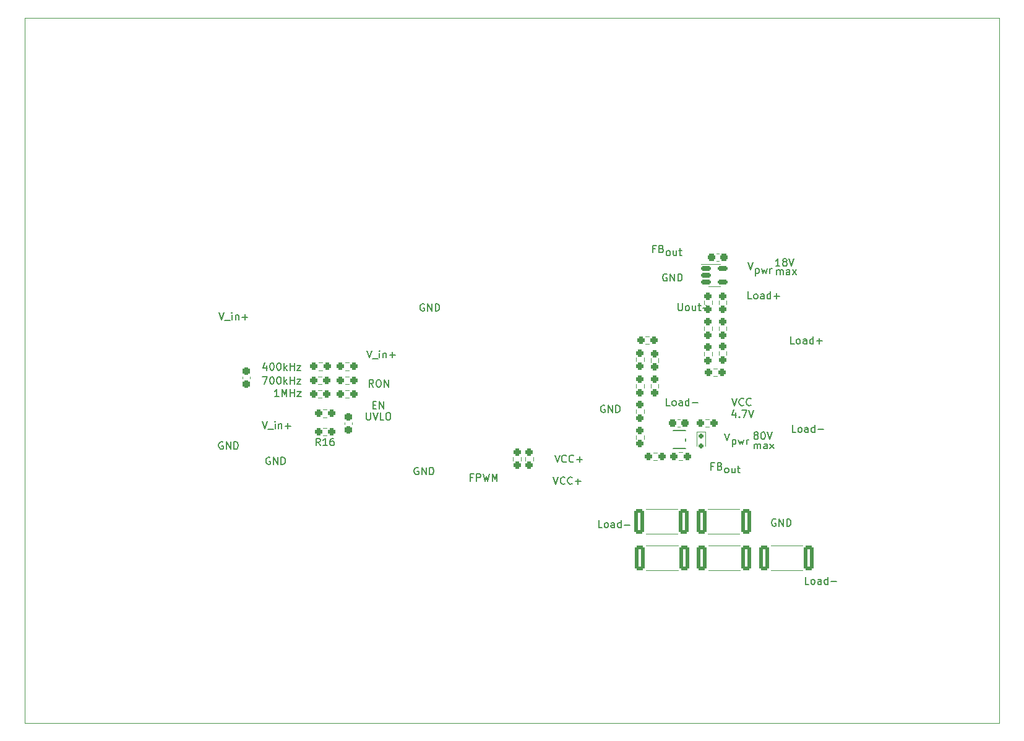
<source format=gbr>
%TF.GenerationSoftware,KiCad,Pcbnew,7.0.7*%
%TF.CreationDate,2023-12-25T15:57:39+03:00*%
%TF.ProjectId,Main_PCB_002,4d61696e-5f50-4434-925f-3030322e6b69,rev?*%
%TF.SameCoordinates,Original*%
%TF.FileFunction,Legend,Top*%
%TF.FilePolarity,Positive*%
%FSLAX46Y46*%
G04 Gerber Fmt 4.6, Leading zero omitted, Abs format (unit mm)*
G04 Created by KiCad (PCBNEW 7.0.7) date 2023-12-25 15:57:39*
%MOMM*%
%LPD*%
G01*
G04 APERTURE LIST*
G04 Aperture macros list*
%AMRoundRect*
0 Rectangle with rounded corners*
0 $1 Rounding radius*
0 $2 $3 $4 $5 $6 $7 $8 $9 X,Y pos of 4 corners*
0 Add a 4 corners polygon primitive as box body*
4,1,4,$2,$3,$4,$5,$6,$7,$8,$9,$2,$3,0*
0 Add four circle primitives for the rounded corners*
1,1,$1+$1,$2,$3*
1,1,$1+$1,$4,$5*
1,1,$1+$1,$6,$7*
1,1,$1+$1,$8,$9*
0 Add four rect primitives between the rounded corners*
20,1,$1+$1,$2,$3,$4,$5,0*
20,1,$1+$1,$4,$5,$6,$7,0*
20,1,$1+$1,$6,$7,$8,$9,0*
20,1,$1+$1,$8,$9,$2,$3,0*%
G04 Aperture macros list end*
%ADD10C,0.150000*%
%ADD11C,0.100000*%
%ADD12C,0.120000*%
%ADD13C,0.152400*%
%ADD14RoundRect,0.237500X0.250000X0.237500X-0.250000X0.237500X-0.250000X-0.237500X0.250000X-0.237500X0*%
%ADD15RoundRect,0.249999X-0.450001X-1.425001X0.450001X-1.425001X0.450001X1.425001X-0.450001X1.425001X0*%
%ADD16RoundRect,0.249999X0.450001X1.425001X-0.450001X1.425001X-0.450001X-1.425001X0.450001X-1.425001X0*%
%ADD17RoundRect,0.237500X-0.237500X0.250000X-0.237500X-0.250000X0.237500X-0.250000X0.237500X0.250000X0*%
%ADD18RoundRect,0.237500X0.237500X-0.250000X0.237500X0.250000X-0.237500X0.250000X-0.237500X-0.250000X0*%
%ADD19RoundRect,0.237500X-0.250000X-0.237500X0.250000X-0.237500X0.250000X0.237500X-0.250000X0.237500X0*%
%ADD20C,1.600000*%
%ADD21R,1.168400X0.304800*%
%ADD22RoundRect,0.237500X0.300000X0.237500X-0.300000X0.237500X-0.300000X-0.237500X0.300000X-0.237500X0*%
%ADD23RoundRect,0.237500X-0.237500X0.300000X-0.237500X-0.300000X0.237500X-0.300000X0.237500X0.300000X0*%
%ADD24RoundRect,0.150000X-0.512500X-0.150000X0.512500X-0.150000X0.512500X0.150000X-0.512500X0.150000X0*%
%ADD25RoundRect,0.150000X0.200000X-0.150000X0.200000X0.150000X-0.200000X0.150000X-0.200000X-0.150000X0*%
G04 APERTURE END LIST*
D10*
X170812969Y-130869819D02*
X170336779Y-130869819D01*
X170336779Y-130869819D02*
X170336779Y-129869819D01*
X171289160Y-130869819D02*
X171193922Y-130822200D01*
X171193922Y-130822200D02*
X171146303Y-130774580D01*
X171146303Y-130774580D02*
X171098684Y-130679342D01*
X171098684Y-130679342D02*
X171098684Y-130393628D01*
X171098684Y-130393628D02*
X171146303Y-130298390D01*
X171146303Y-130298390D02*
X171193922Y-130250771D01*
X171193922Y-130250771D02*
X171289160Y-130203152D01*
X171289160Y-130203152D02*
X171432017Y-130203152D01*
X171432017Y-130203152D02*
X171527255Y-130250771D01*
X171527255Y-130250771D02*
X171574874Y-130298390D01*
X171574874Y-130298390D02*
X171622493Y-130393628D01*
X171622493Y-130393628D02*
X171622493Y-130679342D01*
X171622493Y-130679342D02*
X171574874Y-130774580D01*
X171574874Y-130774580D02*
X171527255Y-130822200D01*
X171527255Y-130822200D02*
X171432017Y-130869819D01*
X171432017Y-130869819D02*
X171289160Y-130869819D01*
X172479636Y-130869819D02*
X172479636Y-130346009D01*
X172479636Y-130346009D02*
X172432017Y-130250771D01*
X172432017Y-130250771D02*
X172336779Y-130203152D01*
X172336779Y-130203152D02*
X172146303Y-130203152D01*
X172146303Y-130203152D02*
X172051065Y-130250771D01*
X172479636Y-130822200D02*
X172384398Y-130869819D01*
X172384398Y-130869819D02*
X172146303Y-130869819D01*
X172146303Y-130869819D02*
X172051065Y-130822200D01*
X172051065Y-130822200D02*
X172003446Y-130726961D01*
X172003446Y-130726961D02*
X172003446Y-130631723D01*
X172003446Y-130631723D02*
X172051065Y-130536485D01*
X172051065Y-130536485D02*
X172146303Y-130488866D01*
X172146303Y-130488866D02*
X172384398Y-130488866D01*
X172384398Y-130488866D02*
X172479636Y-130441247D01*
X173384398Y-130869819D02*
X173384398Y-129869819D01*
X173384398Y-130822200D02*
X173289160Y-130869819D01*
X173289160Y-130869819D02*
X173098684Y-130869819D01*
X173098684Y-130869819D02*
X173003446Y-130822200D01*
X173003446Y-130822200D02*
X172955827Y-130774580D01*
X172955827Y-130774580D02*
X172908208Y-130679342D01*
X172908208Y-130679342D02*
X172908208Y-130393628D01*
X172908208Y-130393628D02*
X172955827Y-130298390D01*
X172955827Y-130298390D02*
X173003446Y-130250771D01*
X173003446Y-130250771D02*
X173098684Y-130203152D01*
X173098684Y-130203152D02*
X173289160Y-130203152D01*
X173289160Y-130203152D02*
X173384398Y-130250771D01*
X173860589Y-130488866D02*
X174622494Y-130488866D01*
D11*
X63500000Y-53340000D02*
X196850000Y-53340000D01*
X196850000Y-149860000D02*
X63500000Y-149860000D01*
X196850000Y-53340000D02*
X196850000Y-149860000D01*
X63500000Y-149860000D02*
X63500000Y-53340000D01*
D10*
X142860588Y-106417438D02*
X142765350Y-106369819D01*
X142765350Y-106369819D02*
X142622493Y-106369819D01*
X142622493Y-106369819D02*
X142479636Y-106417438D01*
X142479636Y-106417438D02*
X142384398Y-106512676D01*
X142384398Y-106512676D02*
X142336779Y-106607914D01*
X142336779Y-106607914D02*
X142289160Y-106798390D01*
X142289160Y-106798390D02*
X142289160Y-106941247D01*
X142289160Y-106941247D02*
X142336779Y-107131723D01*
X142336779Y-107131723D02*
X142384398Y-107226961D01*
X142384398Y-107226961D02*
X142479636Y-107322200D01*
X142479636Y-107322200D02*
X142622493Y-107369819D01*
X142622493Y-107369819D02*
X142717731Y-107369819D01*
X142717731Y-107369819D02*
X142860588Y-107322200D01*
X142860588Y-107322200D02*
X142908207Y-107274580D01*
X142908207Y-107274580D02*
X142908207Y-106941247D01*
X142908207Y-106941247D02*
X142717731Y-106941247D01*
X143336779Y-107369819D02*
X143336779Y-106369819D01*
X143336779Y-106369819D02*
X143908207Y-107369819D01*
X143908207Y-107369819D02*
X143908207Y-106369819D01*
X144384398Y-107369819D02*
X144384398Y-106369819D01*
X144384398Y-106369819D02*
X144622493Y-106369819D01*
X144622493Y-106369819D02*
X144765350Y-106417438D01*
X144765350Y-106417438D02*
X144860588Y-106512676D01*
X144860588Y-106512676D02*
X144908207Y-106607914D01*
X144908207Y-106607914D02*
X144955826Y-106798390D01*
X144955826Y-106798390D02*
X144955826Y-106941247D01*
X144955826Y-106941247D02*
X144908207Y-107131723D01*
X144908207Y-107131723D02*
X144860588Y-107226961D01*
X144860588Y-107226961D02*
X144765350Y-107322200D01*
X144765350Y-107322200D02*
X144622493Y-107369819D01*
X144622493Y-107369819D02*
X144384398Y-107369819D01*
X95993922Y-108569819D02*
X96327255Y-109569819D01*
X96327255Y-109569819D02*
X96660588Y-108569819D01*
X96755827Y-109665057D02*
X97517731Y-109665057D01*
X97755827Y-109569819D02*
X97755827Y-108903152D01*
X97755827Y-108569819D02*
X97708208Y-108617438D01*
X97708208Y-108617438D02*
X97755827Y-108665057D01*
X97755827Y-108665057D02*
X97803446Y-108617438D01*
X97803446Y-108617438D02*
X97755827Y-108569819D01*
X97755827Y-108569819D02*
X97755827Y-108665057D01*
X98232017Y-108903152D02*
X98232017Y-109569819D01*
X98232017Y-108998390D02*
X98279636Y-108950771D01*
X98279636Y-108950771D02*
X98374874Y-108903152D01*
X98374874Y-108903152D02*
X98517731Y-108903152D01*
X98517731Y-108903152D02*
X98612969Y-108950771D01*
X98612969Y-108950771D02*
X98660588Y-109046009D01*
X98660588Y-109046009D02*
X98660588Y-109569819D01*
X99136779Y-109188866D02*
X99898684Y-109188866D01*
X99517731Y-109569819D02*
X99517731Y-108807914D01*
X169012969Y-110069819D02*
X168536779Y-110069819D01*
X168536779Y-110069819D02*
X168536779Y-109069819D01*
X169489160Y-110069819D02*
X169393922Y-110022200D01*
X169393922Y-110022200D02*
X169346303Y-109974580D01*
X169346303Y-109974580D02*
X169298684Y-109879342D01*
X169298684Y-109879342D02*
X169298684Y-109593628D01*
X169298684Y-109593628D02*
X169346303Y-109498390D01*
X169346303Y-109498390D02*
X169393922Y-109450771D01*
X169393922Y-109450771D02*
X169489160Y-109403152D01*
X169489160Y-109403152D02*
X169632017Y-109403152D01*
X169632017Y-109403152D02*
X169727255Y-109450771D01*
X169727255Y-109450771D02*
X169774874Y-109498390D01*
X169774874Y-109498390D02*
X169822493Y-109593628D01*
X169822493Y-109593628D02*
X169822493Y-109879342D01*
X169822493Y-109879342D02*
X169774874Y-109974580D01*
X169774874Y-109974580D02*
X169727255Y-110022200D01*
X169727255Y-110022200D02*
X169632017Y-110069819D01*
X169632017Y-110069819D02*
X169489160Y-110069819D01*
X170679636Y-110069819D02*
X170679636Y-109546009D01*
X170679636Y-109546009D02*
X170632017Y-109450771D01*
X170632017Y-109450771D02*
X170536779Y-109403152D01*
X170536779Y-109403152D02*
X170346303Y-109403152D01*
X170346303Y-109403152D02*
X170251065Y-109450771D01*
X170679636Y-110022200D02*
X170584398Y-110069819D01*
X170584398Y-110069819D02*
X170346303Y-110069819D01*
X170346303Y-110069819D02*
X170251065Y-110022200D01*
X170251065Y-110022200D02*
X170203446Y-109926961D01*
X170203446Y-109926961D02*
X170203446Y-109831723D01*
X170203446Y-109831723D02*
X170251065Y-109736485D01*
X170251065Y-109736485D02*
X170346303Y-109688866D01*
X170346303Y-109688866D02*
X170584398Y-109688866D01*
X170584398Y-109688866D02*
X170679636Y-109641247D01*
X171584398Y-110069819D02*
X171584398Y-109069819D01*
X171584398Y-110022200D02*
X171489160Y-110069819D01*
X171489160Y-110069819D02*
X171298684Y-110069819D01*
X171298684Y-110069819D02*
X171203446Y-110022200D01*
X171203446Y-110022200D02*
X171155827Y-109974580D01*
X171155827Y-109974580D02*
X171108208Y-109879342D01*
X171108208Y-109879342D02*
X171108208Y-109593628D01*
X171108208Y-109593628D02*
X171155827Y-109498390D01*
X171155827Y-109498390D02*
X171203446Y-109450771D01*
X171203446Y-109450771D02*
X171298684Y-109403152D01*
X171298684Y-109403152D02*
X171489160Y-109403152D01*
X171489160Y-109403152D02*
X171584398Y-109450771D01*
X172060589Y-109688866D02*
X172822494Y-109688866D01*
X142512969Y-123119819D02*
X142036779Y-123119819D01*
X142036779Y-123119819D02*
X142036779Y-122119819D01*
X142989160Y-123119819D02*
X142893922Y-123072200D01*
X142893922Y-123072200D02*
X142846303Y-123024580D01*
X142846303Y-123024580D02*
X142798684Y-122929342D01*
X142798684Y-122929342D02*
X142798684Y-122643628D01*
X142798684Y-122643628D02*
X142846303Y-122548390D01*
X142846303Y-122548390D02*
X142893922Y-122500771D01*
X142893922Y-122500771D02*
X142989160Y-122453152D01*
X142989160Y-122453152D02*
X143132017Y-122453152D01*
X143132017Y-122453152D02*
X143227255Y-122500771D01*
X143227255Y-122500771D02*
X143274874Y-122548390D01*
X143274874Y-122548390D02*
X143322493Y-122643628D01*
X143322493Y-122643628D02*
X143322493Y-122929342D01*
X143322493Y-122929342D02*
X143274874Y-123024580D01*
X143274874Y-123024580D02*
X143227255Y-123072200D01*
X143227255Y-123072200D02*
X143132017Y-123119819D01*
X143132017Y-123119819D02*
X142989160Y-123119819D01*
X144179636Y-123119819D02*
X144179636Y-122596009D01*
X144179636Y-122596009D02*
X144132017Y-122500771D01*
X144132017Y-122500771D02*
X144036779Y-122453152D01*
X144036779Y-122453152D02*
X143846303Y-122453152D01*
X143846303Y-122453152D02*
X143751065Y-122500771D01*
X144179636Y-123072200D02*
X144084398Y-123119819D01*
X144084398Y-123119819D02*
X143846303Y-123119819D01*
X143846303Y-123119819D02*
X143751065Y-123072200D01*
X143751065Y-123072200D02*
X143703446Y-122976961D01*
X143703446Y-122976961D02*
X143703446Y-122881723D01*
X143703446Y-122881723D02*
X143751065Y-122786485D01*
X143751065Y-122786485D02*
X143846303Y-122738866D01*
X143846303Y-122738866D02*
X144084398Y-122738866D01*
X144084398Y-122738866D02*
X144179636Y-122691247D01*
X145084398Y-123119819D02*
X145084398Y-122119819D01*
X145084398Y-123072200D02*
X144989160Y-123119819D01*
X144989160Y-123119819D02*
X144798684Y-123119819D01*
X144798684Y-123119819D02*
X144703446Y-123072200D01*
X144703446Y-123072200D02*
X144655827Y-123024580D01*
X144655827Y-123024580D02*
X144608208Y-122929342D01*
X144608208Y-122929342D02*
X144608208Y-122643628D01*
X144608208Y-122643628D02*
X144655827Y-122548390D01*
X144655827Y-122548390D02*
X144703446Y-122500771D01*
X144703446Y-122500771D02*
X144798684Y-122453152D01*
X144798684Y-122453152D02*
X144989160Y-122453152D01*
X144989160Y-122453152D02*
X145084398Y-122500771D01*
X145560589Y-122738866D02*
X146322494Y-122738866D01*
X98260588Y-105169819D02*
X97689160Y-105169819D01*
X97974874Y-105169819D02*
X97974874Y-104169819D01*
X97974874Y-104169819D02*
X97879636Y-104312676D01*
X97879636Y-104312676D02*
X97784398Y-104407914D01*
X97784398Y-104407914D02*
X97689160Y-104455533D01*
X98689160Y-105169819D02*
X98689160Y-104169819D01*
X98689160Y-104169819D02*
X99022493Y-104884104D01*
X99022493Y-104884104D02*
X99355826Y-104169819D01*
X99355826Y-104169819D02*
X99355826Y-105169819D01*
X99832017Y-105169819D02*
X99832017Y-104169819D01*
X99832017Y-104646009D02*
X100403445Y-104646009D01*
X100403445Y-105169819D02*
X100403445Y-104169819D01*
X100784398Y-104503152D02*
X101308207Y-104503152D01*
X101308207Y-104503152D02*
X100784398Y-105169819D01*
X100784398Y-105169819D02*
X101308207Y-105169819D01*
X110293922Y-98869819D02*
X110627255Y-99869819D01*
X110627255Y-99869819D02*
X110960588Y-98869819D01*
X111055827Y-99965057D02*
X111817731Y-99965057D01*
X112055827Y-99869819D02*
X112055827Y-99203152D01*
X112055827Y-98869819D02*
X112008208Y-98917438D01*
X112008208Y-98917438D02*
X112055827Y-98965057D01*
X112055827Y-98965057D02*
X112103446Y-98917438D01*
X112103446Y-98917438D02*
X112055827Y-98869819D01*
X112055827Y-98869819D02*
X112055827Y-98965057D01*
X112532017Y-99203152D02*
X112532017Y-99869819D01*
X112532017Y-99298390D02*
X112579636Y-99250771D01*
X112579636Y-99250771D02*
X112674874Y-99203152D01*
X112674874Y-99203152D02*
X112817731Y-99203152D01*
X112817731Y-99203152D02*
X112912969Y-99250771D01*
X112912969Y-99250771D02*
X112960588Y-99346009D01*
X112960588Y-99346009D02*
X112960588Y-99869819D01*
X113436779Y-99488866D02*
X114198684Y-99488866D01*
X113817731Y-99869819D02*
X113817731Y-99107914D01*
X162983519Y-91809470D02*
X162507329Y-91809470D01*
X162507329Y-91809470D02*
X162507329Y-90809470D01*
X163459710Y-91809470D02*
X163364472Y-91761851D01*
X163364472Y-91761851D02*
X163316853Y-91714231D01*
X163316853Y-91714231D02*
X163269234Y-91618993D01*
X163269234Y-91618993D02*
X163269234Y-91333279D01*
X163269234Y-91333279D02*
X163316853Y-91238041D01*
X163316853Y-91238041D02*
X163364472Y-91190422D01*
X163364472Y-91190422D02*
X163459710Y-91142803D01*
X163459710Y-91142803D02*
X163602567Y-91142803D01*
X163602567Y-91142803D02*
X163697805Y-91190422D01*
X163697805Y-91190422D02*
X163745424Y-91238041D01*
X163745424Y-91238041D02*
X163793043Y-91333279D01*
X163793043Y-91333279D02*
X163793043Y-91618993D01*
X163793043Y-91618993D02*
X163745424Y-91714231D01*
X163745424Y-91714231D02*
X163697805Y-91761851D01*
X163697805Y-91761851D02*
X163602567Y-91809470D01*
X163602567Y-91809470D02*
X163459710Y-91809470D01*
X164650186Y-91809470D02*
X164650186Y-91285660D01*
X164650186Y-91285660D02*
X164602567Y-91190422D01*
X164602567Y-91190422D02*
X164507329Y-91142803D01*
X164507329Y-91142803D02*
X164316853Y-91142803D01*
X164316853Y-91142803D02*
X164221615Y-91190422D01*
X164650186Y-91761851D02*
X164554948Y-91809470D01*
X164554948Y-91809470D02*
X164316853Y-91809470D01*
X164316853Y-91809470D02*
X164221615Y-91761851D01*
X164221615Y-91761851D02*
X164173996Y-91666612D01*
X164173996Y-91666612D02*
X164173996Y-91571374D01*
X164173996Y-91571374D02*
X164221615Y-91476136D01*
X164221615Y-91476136D02*
X164316853Y-91428517D01*
X164316853Y-91428517D02*
X164554948Y-91428517D01*
X164554948Y-91428517D02*
X164650186Y-91380898D01*
X165554948Y-91809470D02*
X165554948Y-90809470D01*
X165554948Y-91761851D02*
X165459710Y-91809470D01*
X165459710Y-91809470D02*
X165269234Y-91809470D01*
X165269234Y-91809470D02*
X165173996Y-91761851D01*
X165173996Y-91761851D02*
X165126377Y-91714231D01*
X165126377Y-91714231D02*
X165078758Y-91618993D01*
X165078758Y-91618993D02*
X165078758Y-91333279D01*
X165078758Y-91333279D02*
X165126377Y-91238041D01*
X165126377Y-91238041D02*
X165173996Y-91190422D01*
X165173996Y-91190422D02*
X165269234Y-91142803D01*
X165269234Y-91142803D02*
X165459710Y-91142803D01*
X165459710Y-91142803D02*
X165554948Y-91190422D01*
X166031139Y-91428517D02*
X166793044Y-91428517D01*
X166412091Y-91809470D02*
X166412091Y-91047565D01*
X96041541Y-102469819D02*
X96708207Y-102469819D01*
X96708207Y-102469819D02*
X96279636Y-103469819D01*
X97279636Y-102469819D02*
X97374874Y-102469819D01*
X97374874Y-102469819D02*
X97470112Y-102517438D01*
X97470112Y-102517438D02*
X97517731Y-102565057D01*
X97517731Y-102565057D02*
X97565350Y-102660295D01*
X97565350Y-102660295D02*
X97612969Y-102850771D01*
X97612969Y-102850771D02*
X97612969Y-103088866D01*
X97612969Y-103088866D02*
X97565350Y-103279342D01*
X97565350Y-103279342D02*
X97517731Y-103374580D01*
X97517731Y-103374580D02*
X97470112Y-103422200D01*
X97470112Y-103422200D02*
X97374874Y-103469819D01*
X97374874Y-103469819D02*
X97279636Y-103469819D01*
X97279636Y-103469819D02*
X97184398Y-103422200D01*
X97184398Y-103422200D02*
X97136779Y-103374580D01*
X97136779Y-103374580D02*
X97089160Y-103279342D01*
X97089160Y-103279342D02*
X97041541Y-103088866D01*
X97041541Y-103088866D02*
X97041541Y-102850771D01*
X97041541Y-102850771D02*
X97089160Y-102660295D01*
X97089160Y-102660295D02*
X97136779Y-102565057D01*
X97136779Y-102565057D02*
X97184398Y-102517438D01*
X97184398Y-102517438D02*
X97279636Y-102469819D01*
X98232017Y-102469819D02*
X98327255Y-102469819D01*
X98327255Y-102469819D02*
X98422493Y-102517438D01*
X98422493Y-102517438D02*
X98470112Y-102565057D01*
X98470112Y-102565057D02*
X98517731Y-102660295D01*
X98517731Y-102660295D02*
X98565350Y-102850771D01*
X98565350Y-102850771D02*
X98565350Y-103088866D01*
X98565350Y-103088866D02*
X98517731Y-103279342D01*
X98517731Y-103279342D02*
X98470112Y-103374580D01*
X98470112Y-103374580D02*
X98422493Y-103422200D01*
X98422493Y-103422200D02*
X98327255Y-103469819D01*
X98327255Y-103469819D02*
X98232017Y-103469819D01*
X98232017Y-103469819D02*
X98136779Y-103422200D01*
X98136779Y-103422200D02*
X98089160Y-103374580D01*
X98089160Y-103374580D02*
X98041541Y-103279342D01*
X98041541Y-103279342D02*
X97993922Y-103088866D01*
X97993922Y-103088866D02*
X97993922Y-102850771D01*
X97993922Y-102850771D02*
X98041541Y-102660295D01*
X98041541Y-102660295D02*
X98089160Y-102565057D01*
X98089160Y-102565057D02*
X98136779Y-102517438D01*
X98136779Y-102517438D02*
X98232017Y-102469819D01*
X98993922Y-103469819D02*
X98993922Y-102469819D01*
X99089160Y-103088866D02*
X99374874Y-103469819D01*
X99374874Y-102803152D02*
X98993922Y-103184104D01*
X99803446Y-103469819D02*
X99803446Y-102469819D01*
X99803446Y-102946009D02*
X100374874Y-102946009D01*
X100374874Y-103469819D02*
X100374874Y-102469819D01*
X100755827Y-102803152D02*
X101279636Y-102803152D01*
X101279636Y-102803152D02*
X100755827Y-103469819D01*
X100755827Y-103469819D02*
X101279636Y-103469819D01*
X163336779Y-112319819D02*
X163336779Y-111653152D01*
X163336779Y-111748390D02*
X163384398Y-111700771D01*
X163384398Y-111700771D02*
X163479636Y-111653152D01*
X163479636Y-111653152D02*
X163622493Y-111653152D01*
X163622493Y-111653152D02*
X163717731Y-111700771D01*
X163717731Y-111700771D02*
X163765350Y-111796009D01*
X163765350Y-111796009D02*
X163765350Y-112319819D01*
X163765350Y-111796009D02*
X163812969Y-111700771D01*
X163812969Y-111700771D02*
X163908207Y-111653152D01*
X163908207Y-111653152D02*
X164051064Y-111653152D01*
X164051064Y-111653152D02*
X164146303Y-111700771D01*
X164146303Y-111700771D02*
X164193922Y-111796009D01*
X164193922Y-111796009D02*
X164193922Y-112319819D01*
X165098683Y-112319819D02*
X165098683Y-111796009D01*
X165098683Y-111796009D02*
X165051064Y-111700771D01*
X165051064Y-111700771D02*
X164955826Y-111653152D01*
X164955826Y-111653152D02*
X164765350Y-111653152D01*
X164765350Y-111653152D02*
X164670112Y-111700771D01*
X165098683Y-112272200D02*
X165003445Y-112319819D01*
X165003445Y-112319819D02*
X164765350Y-112319819D01*
X164765350Y-112319819D02*
X164670112Y-112272200D01*
X164670112Y-112272200D02*
X164622493Y-112176961D01*
X164622493Y-112176961D02*
X164622493Y-112081723D01*
X164622493Y-112081723D02*
X164670112Y-111986485D01*
X164670112Y-111986485D02*
X164765350Y-111938866D01*
X164765350Y-111938866D02*
X165003445Y-111938866D01*
X165003445Y-111938866D02*
X165098683Y-111891247D01*
X165479636Y-112319819D02*
X166003445Y-111653152D01*
X165479636Y-111653152D02*
X166003445Y-112319819D01*
X135832122Y-116169819D02*
X136165455Y-117169819D01*
X136165455Y-117169819D02*
X136498788Y-116169819D01*
X137403550Y-117074580D02*
X137355931Y-117122200D01*
X137355931Y-117122200D02*
X137213074Y-117169819D01*
X137213074Y-117169819D02*
X137117836Y-117169819D01*
X137117836Y-117169819D02*
X136974979Y-117122200D01*
X136974979Y-117122200D02*
X136879741Y-117026961D01*
X136879741Y-117026961D02*
X136832122Y-116931723D01*
X136832122Y-116931723D02*
X136784503Y-116741247D01*
X136784503Y-116741247D02*
X136784503Y-116598390D01*
X136784503Y-116598390D02*
X136832122Y-116407914D01*
X136832122Y-116407914D02*
X136879741Y-116312676D01*
X136879741Y-116312676D02*
X136974979Y-116217438D01*
X136974979Y-116217438D02*
X137117836Y-116169819D01*
X137117836Y-116169819D02*
X137213074Y-116169819D01*
X137213074Y-116169819D02*
X137355931Y-116217438D01*
X137355931Y-116217438D02*
X137403550Y-116265057D01*
X138403550Y-117074580D02*
X138355931Y-117122200D01*
X138355931Y-117122200D02*
X138213074Y-117169819D01*
X138213074Y-117169819D02*
X138117836Y-117169819D01*
X138117836Y-117169819D02*
X137974979Y-117122200D01*
X137974979Y-117122200D02*
X137879741Y-117026961D01*
X137879741Y-117026961D02*
X137832122Y-116931723D01*
X137832122Y-116931723D02*
X137784503Y-116741247D01*
X137784503Y-116741247D02*
X137784503Y-116598390D01*
X137784503Y-116598390D02*
X137832122Y-116407914D01*
X137832122Y-116407914D02*
X137879741Y-116312676D01*
X137879741Y-116312676D02*
X137974979Y-116217438D01*
X137974979Y-116217438D02*
X138117836Y-116169819D01*
X138117836Y-116169819D02*
X138213074Y-116169819D01*
X138213074Y-116169819D02*
X138355931Y-116217438D01*
X138355931Y-116217438D02*
X138403550Y-116265057D01*
X138832122Y-116788866D02*
X139594027Y-116788866D01*
X139213074Y-117169819D02*
X139213074Y-116407914D01*
X90093922Y-93669819D02*
X90427255Y-94669819D01*
X90427255Y-94669819D02*
X90760588Y-93669819D01*
X90855827Y-94765057D02*
X91617731Y-94765057D01*
X91855827Y-94669819D02*
X91855827Y-94003152D01*
X91855827Y-93669819D02*
X91808208Y-93717438D01*
X91808208Y-93717438D02*
X91855827Y-93765057D01*
X91855827Y-93765057D02*
X91903446Y-93717438D01*
X91903446Y-93717438D02*
X91855827Y-93669819D01*
X91855827Y-93669819D02*
X91855827Y-93765057D01*
X92332017Y-94003152D02*
X92332017Y-94669819D01*
X92332017Y-94098390D02*
X92379636Y-94050771D01*
X92379636Y-94050771D02*
X92474874Y-94003152D01*
X92474874Y-94003152D02*
X92617731Y-94003152D01*
X92617731Y-94003152D02*
X92712969Y-94050771D01*
X92712969Y-94050771D02*
X92760588Y-94146009D01*
X92760588Y-94146009D02*
X92760588Y-94669819D01*
X93236779Y-94288866D02*
X93998684Y-94288866D01*
X93617731Y-94669819D02*
X93617731Y-93907914D01*
X160293922Y-105409819D02*
X160627255Y-106409819D01*
X160627255Y-106409819D02*
X160960588Y-105409819D01*
X161865350Y-106314580D02*
X161817731Y-106362200D01*
X161817731Y-106362200D02*
X161674874Y-106409819D01*
X161674874Y-106409819D02*
X161579636Y-106409819D01*
X161579636Y-106409819D02*
X161436779Y-106362200D01*
X161436779Y-106362200D02*
X161341541Y-106266961D01*
X161341541Y-106266961D02*
X161293922Y-106171723D01*
X161293922Y-106171723D02*
X161246303Y-105981247D01*
X161246303Y-105981247D02*
X161246303Y-105838390D01*
X161246303Y-105838390D02*
X161293922Y-105647914D01*
X161293922Y-105647914D02*
X161341541Y-105552676D01*
X161341541Y-105552676D02*
X161436779Y-105457438D01*
X161436779Y-105457438D02*
X161579636Y-105409819D01*
X161579636Y-105409819D02*
X161674874Y-105409819D01*
X161674874Y-105409819D02*
X161817731Y-105457438D01*
X161817731Y-105457438D02*
X161865350Y-105505057D01*
X162865350Y-106314580D02*
X162817731Y-106362200D01*
X162817731Y-106362200D02*
X162674874Y-106409819D01*
X162674874Y-106409819D02*
X162579636Y-106409819D01*
X162579636Y-106409819D02*
X162436779Y-106362200D01*
X162436779Y-106362200D02*
X162341541Y-106266961D01*
X162341541Y-106266961D02*
X162293922Y-106171723D01*
X162293922Y-106171723D02*
X162246303Y-105981247D01*
X162246303Y-105981247D02*
X162246303Y-105838390D01*
X162246303Y-105838390D02*
X162293922Y-105647914D01*
X162293922Y-105647914D02*
X162341541Y-105552676D01*
X162341541Y-105552676D02*
X162436779Y-105457438D01*
X162436779Y-105457438D02*
X162579636Y-105409819D01*
X162579636Y-105409819D02*
X162674874Y-105409819D01*
X162674874Y-105409819D02*
X162817731Y-105457438D01*
X162817731Y-105457438D02*
X162865350Y-105505057D01*
X111136779Y-106346009D02*
X111470112Y-106346009D01*
X111612969Y-106869819D02*
X111136779Y-106869819D01*
X111136779Y-106869819D02*
X111136779Y-105869819D01*
X111136779Y-105869819D02*
X111612969Y-105869819D01*
X112041541Y-106869819D02*
X112041541Y-105869819D01*
X112041541Y-105869819D02*
X112612969Y-106869819D01*
X112612969Y-106869819D02*
X112612969Y-105869819D01*
X166260588Y-121967438D02*
X166165350Y-121919819D01*
X166165350Y-121919819D02*
X166022493Y-121919819D01*
X166022493Y-121919819D02*
X165879636Y-121967438D01*
X165879636Y-121967438D02*
X165784398Y-122062676D01*
X165784398Y-122062676D02*
X165736779Y-122157914D01*
X165736779Y-122157914D02*
X165689160Y-122348390D01*
X165689160Y-122348390D02*
X165689160Y-122491247D01*
X165689160Y-122491247D02*
X165736779Y-122681723D01*
X165736779Y-122681723D02*
X165784398Y-122776961D01*
X165784398Y-122776961D02*
X165879636Y-122872200D01*
X165879636Y-122872200D02*
X166022493Y-122919819D01*
X166022493Y-122919819D02*
X166117731Y-122919819D01*
X166117731Y-122919819D02*
X166260588Y-122872200D01*
X166260588Y-122872200D02*
X166308207Y-122824580D01*
X166308207Y-122824580D02*
X166308207Y-122491247D01*
X166308207Y-122491247D02*
X166117731Y-122491247D01*
X166736779Y-122919819D02*
X166736779Y-121919819D01*
X166736779Y-121919819D02*
X167308207Y-122919819D01*
X167308207Y-122919819D02*
X167308207Y-121919819D01*
X167784398Y-122919819D02*
X167784398Y-121919819D01*
X167784398Y-121919819D02*
X168022493Y-121919819D01*
X168022493Y-121919819D02*
X168165350Y-121967438D01*
X168165350Y-121967438D02*
X168260588Y-122062676D01*
X168260588Y-122062676D02*
X168308207Y-122157914D01*
X168308207Y-122157914D02*
X168355826Y-122348390D01*
X168355826Y-122348390D02*
X168355826Y-122491247D01*
X168355826Y-122491247D02*
X168308207Y-122681723D01*
X168308207Y-122681723D02*
X168260588Y-122776961D01*
X168260588Y-122776961D02*
X168165350Y-122872200D01*
X168165350Y-122872200D02*
X168022493Y-122919819D01*
X168022493Y-122919819D02*
X167784398Y-122919819D01*
X117360588Y-114917438D02*
X117265350Y-114869819D01*
X117265350Y-114869819D02*
X117122493Y-114869819D01*
X117122493Y-114869819D02*
X116979636Y-114917438D01*
X116979636Y-114917438D02*
X116884398Y-115012676D01*
X116884398Y-115012676D02*
X116836779Y-115107914D01*
X116836779Y-115107914D02*
X116789160Y-115298390D01*
X116789160Y-115298390D02*
X116789160Y-115441247D01*
X116789160Y-115441247D02*
X116836779Y-115631723D01*
X116836779Y-115631723D02*
X116884398Y-115726961D01*
X116884398Y-115726961D02*
X116979636Y-115822200D01*
X116979636Y-115822200D02*
X117122493Y-115869819D01*
X117122493Y-115869819D02*
X117217731Y-115869819D01*
X117217731Y-115869819D02*
X117360588Y-115822200D01*
X117360588Y-115822200D02*
X117408207Y-115774580D01*
X117408207Y-115774580D02*
X117408207Y-115441247D01*
X117408207Y-115441247D02*
X117217731Y-115441247D01*
X117836779Y-115869819D02*
X117836779Y-114869819D01*
X117836779Y-114869819D02*
X118408207Y-115869819D01*
X118408207Y-115869819D02*
X118408207Y-114869819D01*
X118884398Y-115869819D02*
X118884398Y-114869819D01*
X118884398Y-114869819D02*
X119122493Y-114869819D01*
X119122493Y-114869819D02*
X119265350Y-114917438D01*
X119265350Y-114917438D02*
X119360588Y-115012676D01*
X119360588Y-115012676D02*
X119408207Y-115107914D01*
X119408207Y-115107914D02*
X119455826Y-115298390D01*
X119455826Y-115298390D02*
X119455826Y-115441247D01*
X119455826Y-115441247D02*
X119408207Y-115631723D01*
X119408207Y-115631723D02*
X119360588Y-115726961D01*
X119360588Y-115726961D02*
X119265350Y-115822200D01*
X119265350Y-115822200D02*
X119122493Y-115869819D01*
X119122493Y-115869819D02*
X118884398Y-115869819D01*
X162464472Y-86809470D02*
X162797805Y-87809470D01*
X162797805Y-87809470D02*
X163131138Y-86809470D01*
X157770112Y-114696009D02*
X157436779Y-114696009D01*
X157436779Y-115219819D02*
X157436779Y-114219819D01*
X157436779Y-114219819D02*
X157912969Y-114219819D01*
X158627255Y-114696009D02*
X158770112Y-114743628D01*
X158770112Y-114743628D02*
X158817731Y-114791247D01*
X158817731Y-114791247D02*
X158865350Y-114886485D01*
X158865350Y-114886485D02*
X158865350Y-115029342D01*
X158865350Y-115029342D02*
X158817731Y-115124580D01*
X158817731Y-115124580D02*
X158770112Y-115172200D01*
X158770112Y-115172200D02*
X158674874Y-115219819D01*
X158674874Y-115219819D02*
X158293922Y-115219819D01*
X158293922Y-115219819D02*
X158293922Y-114219819D01*
X158293922Y-114219819D02*
X158627255Y-114219819D01*
X158627255Y-114219819D02*
X158722493Y-114267438D01*
X158722493Y-114267438D02*
X158770112Y-114315057D01*
X158770112Y-114315057D02*
X158817731Y-114410295D01*
X158817731Y-114410295D02*
X158817731Y-114505533D01*
X158817731Y-114505533D02*
X158770112Y-114600771D01*
X158770112Y-114600771D02*
X158722493Y-114648390D01*
X158722493Y-114648390D02*
X158627255Y-114696009D01*
X158627255Y-114696009D02*
X158293922Y-114696009D01*
X136032122Y-113169819D02*
X136365455Y-114169819D01*
X136365455Y-114169819D02*
X136698788Y-113169819D01*
X137603550Y-114074580D02*
X137555931Y-114122200D01*
X137555931Y-114122200D02*
X137413074Y-114169819D01*
X137413074Y-114169819D02*
X137317836Y-114169819D01*
X137317836Y-114169819D02*
X137174979Y-114122200D01*
X137174979Y-114122200D02*
X137079741Y-114026961D01*
X137079741Y-114026961D02*
X137032122Y-113931723D01*
X137032122Y-113931723D02*
X136984503Y-113741247D01*
X136984503Y-113741247D02*
X136984503Y-113598390D01*
X136984503Y-113598390D02*
X137032122Y-113407914D01*
X137032122Y-113407914D02*
X137079741Y-113312676D01*
X137079741Y-113312676D02*
X137174979Y-113217438D01*
X137174979Y-113217438D02*
X137317836Y-113169819D01*
X137317836Y-113169819D02*
X137413074Y-113169819D01*
X137413074Y-113169819D02*
X137555931Y-113217438D01*
X137555931Y-113217438D02*
X137603550Y-113265057D01*
X138603550Y-114074580D02*
X138555931Y-114122200D01*
X138555931Y-114122200D02*
X138413074Y-114169819D01*
X138413074Y-114169819D02*
X138317836Y-114169819D01*
X138317836Y-114169819D02*
X138174979Y-114122200D01*
X138174979Y-114122200D02*
X138079741Y-114026961D01*
X138079741Y-114026961D02*
X138032122Y-113931723D01*
X138032122Y-113931723D02*
X137984503Y-113741247D01*
X137984503Y-113741247D02*
X137984503Y-113598390D01*
X137984503Y-113598390D02*
X138032122Y-113407914D01*
X138032122Y-113407914D02*
X138079741Y-113312676D01*
X138079741Y-113312676D02*
X138174979Y-113217438D01*
X138174979Y-113217438D02*
X138317836Y-113169819D01*
X138317836Y-113169819D02*
X138413074Y-113169819D01*
X138413074Y-113169819D02*
X138555931Y-113217438D01*
X138555931Y-113217438D02*
X138603550Y-113265057D01*
X139032122Y-113788866D02*
X139794027Y-113788866D01*
X139413074Y-114169819D02*
X139413074Y-113407914D01*
X90607488Y-111417438D02*
X90512250Y-111369819D01*
X90512250Y-111369819D02*
X90369393Y-111369819D01*
X90369393Y-111369819D02*
X90226536Y-111417438D01*
X90226536Y-111417438D02*
X90131298Y-111512676D01*
X90131298Y-111512676D02*
X90083679Y-111607914D01*
X90083679Y-111607914D02*
X90036060Y-111798390D01*
X90036060Y-111798390D02*
X90036060Y-111941247D01*
X90036060Y-111941247D02*
X90083679Y-112131723D01*
X90083679Y-112131723D02*
X90131298Y-112226961D01*
X90131298Y-112226961D02*
X90226536Y-112322200D01*
X90226536Y-112322200D02*
X90369393Y-112369819D01*
X90369393Y-112369819D02*
X90464631Y-112369819D01*
X90464631Y-112369819D02*
X90607488Y-112322200D01*
X90607488Y-112322200D02*
X90655107Y-112274580D01*
X90655107Y-112274580D02*
X90655107Y-111941247D01*
X90655107Y-111941247D02*
X90464631Y-111941247D01*
X91083679Y-112369819D02*
X91083679Y-111369819D01*
X91083679Y-111369819D02*
X91655107Y-112369819D01*
X91655107Y-112369819D02*
X91655107Y-111369819D01*
X92131298Y-112369819D02*
X92131298Y-111369819D01*
X92131298Y-111369819D02*
X92369393Y-111369819D01*
X92369393Y-111369819D02*
X92512250Y-111417438D01*
X92512250Y-111417438D02*
X92607488Y-111512676D01*
X92607488Y-111512676D02*
X92655107Y-111607914D01*
X92655107Y-111607914D02*
X92702726Y-111798390D01*
X92702726Y-111798390D02*
X92702726Y-111941247D01*
X92702726Y-111941247D02*
X92655107Y-112131723D01*
X92655107Y-112131723D02*
X92607488Y-112226961D01*
X92607488Y-112226961D02*
X92512250Y-112322200D01*
X92512250Y-112322200D02*
X92369393Y-112369819D01*
X92369393Y-112369819D02*
X92131298Y-112369819D01*
X159293922Y-110219819D02*
X159627255Y-111219819D01*
X159627255Y-111219819D02*
X159960588Y-110219819D01*
X159479636Y-115619819D02*
X159384398Y-115572200D01*
X159384398Y-115572200D02*
X159336779Y-115524580D01*
X159336779Y-115524580D02*
X159289160Y-115429342D01*
X159289160Y-115429342D02*
X159289160Y-115143628D01*
X159289160Y-115143628D02*
X159336779Y-115048390D01*
X159336779Y-115048390D02*
X159384398Y-115000771D01*
X159384398Y-115000771D02*
X159479636Y-114953152D01*
X159479636Y-114953152D02*
X159622493Y-114953152D01*
X159622493Y-114953152D02*
X159717731Y-115000771D01*
X159717731Y-115000771D02*
X159765350Y-115048390D01*
X159765350Y-115048390D02*
X159812969Y-115143628D01*
X159812969Y-115143628D02*
X159812969Y-115429342D01*
X159812969Y-115429342D02*
X159765350Y-115524580D01*
X159765350Y-115524580D02*
X159717731Y-115572200D01*
X159717731Y-115572200D02*
X159622493Y-115619819D01*
X159622493Y-115619819D02*
X159479636Y-115619819D01*
X160670112Y-114953152D02*
X160670112Y-115619819D01*
X160241541Y-114953152D02*
X160241541Y-115476961D01*
X160241541Y-115476961D02*
X160289160Y-115572200D01*
X160289160Y-115572200D02*
X160384398Y-115619819D01*
X160384398Y-115619819D02*
X160527255Y-115619819D01*
X160527255Y-115619819D02*
X160622493Y-115572200D01*
X160622493Y-115572200D02*
X160670112Y-115524580D01*
X161003446Y-114953152D02*
X161384398Y-114953152D01*
X161146303Y-114619819D02*
X161146303Y-115476961D01*
X161146303Y-115476961D02*
X161193922Y-115572200D01*
X161193922Y-115572200D02*
X161289160Y-115619819D01*
X161289160Y-115619819D02*
X161384398Y-115619819D01*
X96565350Y-100903152D02*
X96565350Y-101569819D01*
X96327255Y-100522200D02*
X96089160Y-101236485D01*
X96089160Y-101236485D02*
X96708207Y-101236485D01*
X97279636Y-100569819D02*
X97374874Y-100569819D01*
X97374874Y-100569819D02*
X97470112Y-100617438D01*
X97470112Y-100617438D02*
X97517731Y-100665057D01*
X97517731Y-100665057D02*
X97565350Y-100760295D01*
X97565350Y-100760295D02*
X97612969Y-100950771D01*
X97612969Y-100950771D02*
X97612969Y-101188866D01*
X97612969Y-101188866D02*
X97565350Y-101379342D01*
X97565350Y-101379342D02*
X97517731Y-101474580D01*
X97517731Y-101474580D02*
X97470112Y-101522200D01*
X97470112Y-101522200D02*
X97374874Y-101569819D01*
X97374874Y-101569819D02*
X97279636Y-101569819D01*
X97279636Y-101569819D02*
X97184398Y-101522200D01*
X97184398Y-101522200D02*
X97136779Y-101474580D01*
X97136779Y-101474580D02*
X97089160Y-101379342D01*
X97089160Y-101379342D02*
X97041541Y-101188866D01*
X97041541Y-101188866D02*
X97041541Y-100950771D01*
X97041541Y-100950771D02*
X97089160Y-100760295D01*
X97089160Y-100760295D02*
X97136779Y-100665057D01*
X97136779Y-100665057D02*
X97184398Y-100617438D01*
X97184398Y-100617438D02*
X97279636Y-100569819D01*
X98232017Y-100569819D02*
X98327255Y-100569819D01*
X98327255Y-100569819D02*
X98422493Y-100617438D01*
X98422493Y-100617438D02*
X98470112Y-100665057D01*
X98470112Y-100665057D02*
X98517731Y-100760295D01*
X98517731Y-100760295D02*
X98565350Y-100950771D01*
X98565350Y-100950771D02*
X98565350Y-101188866D01*
X98565350Y-101188866D02*
X98517731Y-101379342D01*
X98517731Y-101379342D02*
X98470112Y-101474580D01*
X98470112Y-101474580D02*
X98422493Y-101522200D01*
X98422493Y-101522200D02*
X98327255Y-101569819D01*
X98327255Y-101569819D02*
X98232017Y-101569819D01*
X98232017Y-101569819D02*
X98136779Y-101522200D01*
X98136779Y-101522200D02*
X98089160Y-101474580D01*
X98089160Y-101474580D02*
X98041541Y-101379342D01*
X98041541Y-101379342D02*
X97993922Y-101188866D01*
X97993922Y-101188866D02*
X97993922Y-100950771D01*
X97993922Y-100950771D02*
X98041541Y-100760295D01*
X98041541Y-100760295D02*
X98089160Y-100665057D01*
X98089160Y-100665057D02*
X98136779Y-100617438D01*
X98136779Y-100617438D02*
X98232017Y-100569819D01*
X98993922Y-101569819D02*
X98993922Y-100569819D01*
X99089160Y-101188866D02*
X99374874Y-101569819D01*
X99374874Y-100903152D02*
X98993922Y-101284104D01*
X99803446Y-101569819D02*
X99803446Y-100569819D01*
X99803446Y-101046009D02*
X100374874Y-101046009D01*
X100374874Y-101569819D02*
X100374874Y-100569819D01*
X100755827Y-100903152D02*
X101279636Y-100903152D01*
X101279636Y-100903152D02*
X100755827Y-101569819D01*
X100755827Y-101569819D02*
X101279636Y-101569819D01*
X149770112Y-84946009D02*
X149436779Y-84946009D01*
X149436779Y-85469819D02*
X149436779Y-84469819D01*
X149436779Y-84469819D02*
X149912969Y-84469819D01*
X150627255Y-84946009D02*
X150770112Y-84993628D01*
X150770112Y-84993628D02*
X150817731Y-85041247D01*
X150817731Y-85041247D02*
X150865350Y-85136485D01*
X150865350Y-85136485D02*
X150865350Y-85279342D01*
X150865350Y-85279342D02*
X150817731Y-85374580D01*
X150817731Y-85374580D02*
X150770112Y-85422200D01*
X150770112Y-85422200D02*
X150674874Y-85469819D01*
X150674874Y-85469819D02*
X150293922Y-85469819D01*
X150293922Y-85469819D02*
X150293922Y-84469819D01*
X150293922Y-84469819D02*
X150627255Y-84469819D01*
X150627255Y-84469819D02*
X150722493Y-84517438D01*
X150722493Y-84517438D02*
X150770112Y-84565057D01*
X150770112Y-84565057D02*
X150817731Y-84660295D01*
X150817731Y-84660295D02*
X150817731Y-84755533D01*
X150817731Y-84755533D02*
X150770112Y-84850771D01*
X150770112Y-84850771D02*
X150722493Y-84898390D01*
X150722493Y-84898390D02*
X150627255Y-84946009D01*
X150627255Y-84946009D02*
X150293922Y-84946009D01*
X160336779Y-111053152D02*
X160336779Y-112053152D01*
X160336779Y-111100771D02*
X160432017Y-111053152D01*
X160432017Y-111053152D02*
X160622493Y-111053152D01*
X160622493Y-111053152D02*
X160717731Y-111100771D01*
X160717731Y-111100771D02*
X160765350Y-111148390D01*
X160765350Y-111148390D02*
X160812969Y-111243628D01*
X160812969Y-111243628D02*
X160812969Y-111529342D01*
X160812969Y-111529342D02*
X160765350Y-111624580D01*
X160765350Y-111624580D02*
X160717731Y-111672200D01*
X160717731Y-111672200D02*
X160622493Y-111719819D01*
X160622493Y-111719819D02*
X160432017Y-111719819D01*
X160432017Y-111719819D02*
X160336779Y-111672200D01*
X161146303Y-111053152D02*
X161336779Y-111719819D01*
X161336779Y-111719819D02*
X161527255Y-111243628D01*
X161527255Y-111243628D02*
X161717731Y-111719819D01*
X161717731Y-111719819D02*
X161908207Y-111053152D01*
X162289160Y-111719819D02*
X162289160Y-111053152D01*
X162289160Y-111243628D02*
X162336779Y-111148390D01*
X162336779Y-111148390D02*
X162384398Y-111100771D01*
X162384398Y-111100771D02*
X162479636Y-111053152D01*
X162479636Y-111053152D02*
X162574874Y-111053152D01*
X151479636Y-85869819D02*
X151384398Y-85822200D01*
X151384398Y-85822200D02*
X151336779Y-85774580D01*
X151336779Y-85774580D02*
X151289160Y-85679342D01*
X151289160Y-85679342D02*
X151289160Y-85393628D01*
X151289160Y-85393628D02*
X151336779Y-85298390D01*
X151336779Y-85298390D02*
X151384398Y-85250771D01*
X151384398Y-85250771D02*
X151479636Y-85203152D01*
X151479636Y-85203152D02*
X151622493Y-85203152D01*
X151622493Y-85203152D02*
X151717731Y-85250771D01*
X151717731Y-85250771D02*
X151765350Y-85298390D01*
X151765350Y-85298390D02*
X151812969Y-85393628D01*
X151812969Y-85393628D02*
X151812969Y-85679342D01*
X151812969Y-85679342D02*
X151765350Y-85774580D01*
X151765350Y-85774580D02*
X151717731Y-85822200D01*
X151717731Y-85822200D02*
X151622493Y-85869819D01*
X151622493Y-85869819D02*
X151479636Y-85869819D01*
X152670112Y-85203152D02*
X152670112Y-85869819D01*
X152241541Y-85203152D02*
X152241541Y-85726961D01*
X152241541Y-85726961D02*
X152289160Y-85822200D01*
X152289160Y-85822200D02*
X152384398Y-85869819D01*
X152384398Y-85869819D02*
X152527255Y-85869819D01*
X152527255Y-85869819D02*
X152622493Y-85822200D01*
X152622493Y-85822200D02*
X152670112Y-85774580D01*
X153003446Y-85203152D02*
X153384398Y-85203152D01*
X153146303Y-84869819D02*
X153146303Y-85726961D01*
X153146303Y-85726961D02*
X153193922Y-85822200D01*
X153193922Y-85822200D02*
X153289160Y-85869819D01*
X153289160Y-85869819D02*
X153384398Y-85869819D01*
X166407329Y-88509470D02*
X166407329Y-87842803D01*
X166407329Y-87938041D02*
X166454948Y-87890422D01*
X166454948Y-87890422D02*
X166550186Y-87842803D01*
X166550186Y-87842803D02*
X166693043Y-87842803D01*
X166693043Y-87842803D02*
X166788281Y-87890422D01*
X166788281Y-87890422D02*
X166835900Y-87985660D01*
X166835900Y-87985660D02*
X166835900Y-88509470D01*
X166835900Y-87985660D02*
X166883519Y-87890422D01*
X166883519Y-87890422D02*
X166978757Y-87842803D01*
X166978757Y-87842803D02*
X167121614Y-87842803D01*
X167121614Y-87842803D02*
X167216853Y-87890422D01*
X167216853Y-87890422D02*
X167264472Y-87985660D01*
X167264472Y-87985660D02*
X167264472Y-88509470D01*
X168169233Y-88509470D02*
X168169233Y-87985660D01*
X168169233Y-87985660D02*
X168121614Y-87890422D01*
X168121614Y-87890422D02*
X168026376Y-87842803D01*
X168026376Y-87842803D02*
X167835900Y-87842803D01*
X167835900Y-87842803D02*
X167740662Y-87890422D01*
X168169233Y-88461851D02*
X168073995Y-88509470D01*
X168073995Y-88509470D02*
X167835900Y-88509470D01*
X167835900Y-88509470D02*
X167740662Y-88461851D01*
X167740662Y-88461851D02*
X167693043Y-88366612D01*
X167693043Y-88366612D02*
X167693043Y-88271374D01*
X167693043Y-88271374D02*
X167740662Y-88176136D01*
X167740662Y-88176136D02*
X167835900Y-88128517D01*
X167835900Y-88128517D02*
X168073995Y-88128517D01*
X168073995Y-88128517D02*
X168169233Y-88080898D01*
X168550186Y-88509470D02*
X169073995Y-87842803D01*
X168550186Y-87842803D02*
X169073995Y-88509470D01*
X118160588Y-92517438D02*
X118065350Y-92469819D01*
X118065350Y-92469819D02*
X117922493Y-92469819D01*
X117922493Y-92469819D02*
X117779636Y-92517438D01*
X117779636Y-92517438D02*
X117684398Y-92612676D01*
X117684398Y-92612676D02*
X117636779Y-92707914D01*
X117636779Y-92707914D02*
X117589160Y-92898390D01*
X117589160Y-92898390D02*
X117589160Y-93041247D01*
X117589160Y-93041247D02*
X117636779Y-93231723D01*
X117636779Y-93231723D02*
X117684398Y-93326961D01*
X117684398Y-93326961D02*
X117779636Y-93422200D01*
X117779636Y-93422200D02*
X117922493Y-93469819D01*
X117922493Y-93469819D02*
X118017731Y-93469819D01*
X118017731Y-93469819D02*
X118160588Y-93422200D01*
X118160588Y-93422200D02*
X118208207Y-93374580D01*
X118208207Y-93374580D02*
X118208207Y-93041247D01*
X118208207Y-93041247D02*
X118017731Y-93041247D01*
X118636779Y-93469819D02*
X118636779Y-92469819D01*
X118636779Y-92469819D02*
X119208207Y-93469819D01*
X119208207Y-93469819D02*
X119208207Y-92469819D01*
X119684398Y-93469819D02*
X119684398Y-92469819D01*
X119684398Y-92469819D02*
X119922493Y-92469819D01*
X119922493Y-92469819D02*
X120065350Y-92517438D01*
X120065350Y-92517438D02*
X120160588Y-92612676D01*
X120160588Y-92612676D02*
X120208207Y-92707914D01*
X120208207Y-92707914D02*
X120255826Y-92898390D01*
X120255826Y-92898390D02*
X120255826Y-93041247D01*
X120255826Y-93041247D02*
X120208207Y-93231723D01*
X120208207Y-93231723D02*
X120160588Y-93326961D01*
X120160588Y-93326961D02*
X120065350Y-93422200D01*
X120065350Y-93422200D02*
X119922493Y-93469819D01*
X119922493Y-93469819D02*
X119684398Y-93469819D01*
X160765350Y-107353152D02*
X160765350Y-108019819D01*
X160527255Y-106972200D02*
X160289160Y-107686485D01*
X160289160Y-107686485D02*
X160908207Y-107686485D01*
X161289160Y-107924580D02*
X161336779Y-107972200D01*
X161336779Y-107972200D02*
X161289160Y-108019819D01*
X161289160Y-108019819D02*
X161241541Y-107972200D01*
X161241541Y-107972200D02*
X161289160Y-107924580D01*
X161289160Y-107924580D02*
X161289160Y-108019819D01*
X161670112Y-107019819D02*
X162336778Y-107019819D01*
X162336778Y-107019819D02*
X161908207Y-108019819D01*
X162574874Y-107019819D02*
X162908207Y-108019819D01*
X162908207Y-108019819D02*
X163241540Y-107019819D01*
X166831138Y-87309470D02*
X166259710Y-87309470D01*
X166545424Y-87309470D02*
X166545424Y-86309470D01*
X166545424Y-86309470D02*
X166450186Y-86452327D01*
X166450186Y-86452327D02*
X166354948Y-86547565D01*
X166354948Y-86547565D02*
X166259710Y-86595184D01*
X167402567Y-86738041D02*
X167307329Y-86690422D01*
X167307329Y-86690422D02*
X167259710Y-86642803D01*
X167259710Y-86642803D02*
X167212091Y-86547565D01*
X167212091Y-86547565D02*
X167212091Y-86499946D01*
X167212091Y-86499946D02*
X167259710Y-86404708D01*
X167259710Y-86404708D02*
X167307329Y-86357089D01*
X167307329Y-86357089D02*
X167402567Y-86309470D01*
X167402567Y-86309470D02*
X167593043Y-86309470D01*
X167593043Y-86309470D02*
X167688281Y-86357089D01*
X167688281Y-86357089D02*
X167735900Y-86404708D01*
X167735900Y-86404708D02*
X167783519Y-86499946D01*
X167783519Y-86499946D02*
X167783519Y-86547565D01*
X167783519Y-86547565D02*
X167735900Y-86642803D01*
X167735900Y-86642803D02*
X167688281Y-86690422D01*
X167688281Y-86690422D02*
X167593043Y-86738041D01*
X167593043Y-86738041D02*
X167402567Y-86738041D01*
X167402567Y-86738041D02*
X167307329Y-86785660D01*
X167307329Y-86785660D02*
X167259710Y-86833279D01*
X167259710Y-86833279D02*
X167212091Y-86928517D01*
X167212091Y-86928517D02*
X167212091Y-87118993D01*
X167212091Y-87118993D02*
X167259710Y-87214231D01*
X167259710Y-87214231D02*
X167307329Y-87261851D01*
X167307329Y-87261851D02*
X167402567Y-87309470D01*
X167402567Y-87309470D02*
X167593043Y-87309470D01*
X167593043Y-87309470D02*
X167688281Y-87261851D01*
X167688281Y-87261851D02*
X167735900Y-87214231D01*
X167735900Y-87214231D02*
X167783519Y-87118993D01*
X167783519Y-87118993D02*
X167783519Y-86928517D01*
X167783519Y-86928517D02*
X167735900Y-86833279D01*
X167735900Y-86833279D02*
X167688281Y-86785660D01*
X167688281Y-86785660D02*
X167593043Y-86738041D01*
X168069234Y-86309470D02*
X168402567Y-87309470D01*
X168402567Y-87309470D02*
X168735900Y-86309470D01*
X111208207Y-103869819D02*
X110874874Y-103393628D01*
X110636779Y-103869819D02*
X110636779Y-102869819D01*
X110636779Y-102869819D02*
X111017731Y-102869819D01*
X111017731Y-102869819D02*
X111112969Y-102917438D01*
X111112969Y-102917438D02*
X111160588Y-102965057D01*
X111160588Y-102965057D02*
X111208207Y-103060295D01*
X111208207Y-103060295D02*
X111208207Y-103203152D01*
X111208207Y-103203152D02*
X111160588Y-103298390D01*
X111160588Y-103298390D02*
X111112969Y-103346009D01*
X111112969Y-103346009D02*
X111017731Y-103393628D01*
X111017731Y-103393628D02*
X110636779Y-103393628D01*
X111827255Y-102869819D02*
X112017731Y-102869819D01*
X112017731Y-102869819D02*
X112112969Y-102917438D01*
X112112969Y-102917438D02*
X112208207Y-103012676D01*
X112208207Y-103012676D02*
X112255826Y-103203152D01*
X112255826Y-103203152D02*
X112255826Y-103536485D01*
X112255826Y-103536485D02*
X112208207Y-103726961D01*
X112208207Y-103726961D02*
X112112969Y-103822200D01*
X112112969Y-103822200D02*
X112017731Y-103869819D01*
X112017731Y-103869819D02*
X111827255Y-103869819D01*
X111827255Y-103869819D02*
X111732017Y-103822200D01*
X111732017Y-103822200D02*
X111636779Y-103726961D01*
X111636779Y-103726961D02*
X111589160Y-103536485D01*
X111589160Y-103536485D02*
X111589160Y-103203152D01*
X111589160Y-103203152D02*
X111636779Y-103012676D01*
X111636779Y-103012676D02*
X111732017Y-102917438D01*
X111732017Y-102917438D02*
X111827255Y-102869819D01*
X112684398Y-103869819D02*
X112684398Y-102869819D01*
X112684398Y-102869819D02*
X113255826Y-103869819D01*
X113255826Y-103869819D02*
X113255826Y-102869819D01*
X110236779Y-107369819D02*
X110236779Y-108179342D01*
X110236779Y-108179342D02*
X110284398Y-108274580D01*
X110284398Y-108274580D02*
X110332017Y-108322200D01*
X110332017Y-108322200D02*
X110427255Y-108369819D01*
X110427255Y-108369819D02*
X110617731Y-108369819D01*
X110617731Y-108369819D02*
X110712969Y-108322200D01*
X110712969Y-108322200D02*
X110760588Y-108274580D01*
X110760588Y-108274580D02*
X110808207Y-108179342D01*
X110808207Y-108179342D02*
X110808207Y-107369819D01*
X111141541Y-107369819D02*
X111474874Y-108369819D01*
X111474874Y-108369819D02*
X111808207Y-107369819D01*
X112617731Y-108369819D02*
X112141541Y-108369819D01*
X112141541Y-108369819D02*
X112141541Y-107369819D01*
X113141541Y-107369819D02*
X113332017Y-107369819D01*
X113332017Y-107369819D02*
X113427255Y-107417438D01*
X113427255Y-107417438D02*
X113522493Y-107512676D01*
X113522493Y-107512676D02*
X113570112Y-107703152D01*
X113570112Y-107703152D02*
X113570112Y-108036485D01*
X113570112Y-108036485D02*
X113522493Y-108226961D01*
X113522493Y-108226961D02*
X113427255Y-108322200D01*
X113427255Y-108322200D02*
X113332017Y-108369819D01*
X113332017Y-108369819D02*
X113141541Y-108369819D01*
X113141541Y-108369819D02*
X113046303Y-108322200D01*
X113046303Y-108322200D02*
X112951065Y-108226961D01*
X112951065Y-108226961D02*
X112903446Y-108036485D01*
X112903446Y-108036485D02*
X112903446Y-107703152D01*
X112903446Y-107703152D02*
X112951065Y-107512676D01*
X112951065Y-107512676D02*
X113046303Y-107417438D01*
X113046303Y-107417438D02*
X113141541Y-107369819D01*
X97060588Y-113517438D02*
X96965350Y-113469819D01*
X96965350Y-113469819D02*
X96822493Y-113469819D01*
X96822493Y-113469819D02*
X96679636Y-113517438D01*
X96679636Y-113517438D02*
X96584398Y-113612676D01*
X96584398Y-113612676D02*
X96536779Y-113707914D01*
X96536779Y-113707914D02*
X96489160Y-113898390D01*
X96489160Y-113898390D02*
X96489160Y-114041247D01*
X96489160Y-114041247D02*
X96536779Y-114231723D01*
X96536779Y-114231723D02*
X96584398Y-114326961D01*
X96584398Y-114326961D02*
X96679636Y-114422200D01*
X96679636Y-114422200D02*
X96822493Y-114469819D01*
X96822493Y-114469819D02*
X96917731Y-114469819D01*
X96917731Y-114469819D02*
X97060588Y-114422200D01*
X97060588Y-114422200D02*
X97108207Y-114374580D01*
X97108207Y-114374580D02*
X97108207Y-114041247D01*
X97108207Y-114041247D02*
X96917731Y-114041247D01*
X97536779Y-114469819D02*
X97536779Y-113469819D01*
X97536779Y-113469819D02*
X98108207Y-114469819D01*
X98108207Y-114469819D02*
X98108207Y-113469819D01*
X98584398Y-114469819D02*
X98584398Y-113469819D01*
X98584398Y-113469819D02*
X98822493Y-113469819D01*
X98822493Y-113469819D02*
X98965350Y-113517438D01*
X98965350Y-113517438D02*
X99060588Y-113612676D01*
X99060588Y-113612676D02*
X99108207Y-113707914D01*
X99108207Y-113707914D02*
X99155826Y-113898390D01*
X99155826Y-113898390D02*
X99155826Y-114041247D01*
X99155826Y-114041247D02*
X99108207Y-114231723D01*
X99108207Y-114231723D02*
X99060588Y-114326961D01*
X99060588Y-114326961D02*
X98965350Y-114422200D01*
X98965350Y-114422200D02*
X98822493Y-114469819D01*
X98822493Y-114469819D02*
X98584398Y-114469819D01*
X168812969Y-97969819D02*
X168336779Y-97969819D01*
X168336779Y-97969819D02*
X168336779Y-96969819D01*
X169289160Y-97969819D02*
X169193922Y-97922200D01*
X169193922Y-97922200D02*
X169146303Y-97874580D01*
X169146303Y-97874580D02*
X169098684Y-97779342D01*
X169098684Y-97779342D02*
X169098684Y-97493628D01*
X169098684Y-97493628D02*
X169146303Y-97398390D01*
X169146303Y-97398390D02*
X169193922Y-97350771D01*
X169193922Y-97350771D02*
X169289160Y-97303152D01*
X169289160Y-97303152D02*
X169432017Y-97303152D01*
X169432017Y-97303152D02*
X169527255Y-97350771D01*
X169527255Y-97350771D02*
X169574874Y-97398390D01*
X169574874Y-97398390D02*
X169622493Y-97493628D01*
X169622493Y-97493628D02*
X169622493Y-97779342D01*
X169622493Y-97779342D02*
X169574874Y-97874580D01*
X169574874Y-97874580D02*
X169527255Y-97922200D01*
X169527255Y-97922200D02*
X169432017Y-97969819D01*
X169432017Y-97969819D02*
X169289160Y-97969819D01*
X170479636Y-97969819D02*
X170479636Y-97446009D01*
X170479636Y-97446009D02*
X170432017Y-97350771D01*
X170432017Y-97350771D02*
X170336779Y-97303152D01*
X170336779Y-97303152D02*
X170146303Y-97303152D01*
X170146303Y-97303152D02*
X170051065Y-97350771D01*
X170479636Y-97922200D02*
X170384398Y-97969819D01*
X170384398Y-97969819D02*
X170146303Y-97969819D01*
X170146303Y-97969819D02*
X170051065Y-97922200D01*
X170051065Y-97922200D02*
X170003446Y-97826961D01*
X170003446Y-97826961D02*
X170003446Y-97731723D01*
X170003446Y-97731723D02*
X170051065Y-97636485D01*
X170051065Y-97636485D02*
X170146303Y-97588866D01*
X170146303Y-97588866D02*
X170384398Y-97588866D01*
X170384398Y-97588866D02*
X170479636Y-97541247D01*
X171384398Y-97969819D02*
X171384398Y-96969819D01*
X171384398Y-97922200D02*
X171289160Y-97969819D01*
X171289160Y-97969819D02*
X171098684Y-97969819D01*
X171098684Y-97969819D02*
X171003446Y-97922200D01*
X171003446Y-97922200D02*
X170955827Y-97874580D01*
X170955827Y-97874580D02*
X170908208Y-97779342D01*
X170908208Y-97779342D02*
X170908208Y-97493628D01*
X170908208Y-97493628D02*
X170955827Y-97398390D01*
X170955827Y-97398390D02*
X171003446Y-97350771D01*
X171003446Y-97350771D02*
X171098684Y-97303152D01*
X171098684Y-97303152D02*
X171289160Y-97303152D01*
X171289160Y-97303152D02*
X171384398Y-97350771D01*
X171860589Y-97588866D02*
X172622494Y-97588866D01*
X172241541Y-97969819D02*
X172241541Y-97207914D01*
X151360588Y-88417438D02*
X151265350Y-88369819D01*
X151265350Y-88369819D02*
X151122493Y-88369819D01*
X151122493Y-88369819D02*
X150979636Y-88417438D01*
X150979636Y-88417438D02*
X150884398Y-88512676D01*
X150884398Y-88512676D02*
X150836779Y-88607914D01*
X150836779Y-88607914D02*
X150789160Y-88798390D01*
X150789160Y-88798390D02*
X150789160Y-88941247D01*
X150789160Y-88941247D02*
X150836779Y-89131723D01*
X150836779Y-89131723D02*
X150884398Y-89226961D01*
X150884398Y-89226961D02*
X150979636Y-89322200D01*
X150979636Y-89322200D02*
X151122493Y-89369819D01*
X151122493Y-89369819D02*
X151217731Y-89369819D01*
X151217731Y-89369819D02*
X151360588Y-89322200D01*
X151360588Y-89322200D02*
X151408207Y-89274580D01*
X151408207Y-89274580D02*
X151408207Y-88941247D01*
X151408207Y-88941247D02*
X151217731Y-88941247D01*
X151836779Y-89369819D02*
X151836779Y-88369819D01*
X151836779Y-88369819D02*
X152408207Y-89369819D01*
X152408207Y-89369819D02*
X152408207Y-88369819D01*
X152884398Y-89369819D02*
X152884398Y-88369819D01*
X152884398Y-88369819D02*
X153122493Y-88369819D01*
X153122493Y-88369819D02*
X153265350Y-88417438D01*
X153265350Y-88417438D02*
X153360588Y-88512676D01*
X153360588Y-88512676D02*
X153408207Y-88607914D01*
X153408207Y-88607914D02*
X153455826Y-88798390D01*
X153455826Y-88798390D02*
X153455826Y-88941247D01*
X153455826Y-88941247D02*
X153408207Y-89131723D01*
X153408207Y-89131723D02*
X153360588Y-89226961D01*
X153360588Y-89226961D02*
X153265350Y-89322200D01*
X153265350Y-89322200D02*
X153122493Y-89369819D01*
X153122493Y-89369819D02*
X152884398Y-89369819D01*
X124808312Y-116246009D02*
X124474979Y-116246009D01*
X124474979Y-116769819D02*
X124474979Y-115769819D01*
X124474979Y-115769819D02*
X124951169Y-115769819D01*
X125332122Y-116769819D02*
X125332122Y-115769819D01*
X125332122Y-115769819D02*
X125713074Y-115769819D01*
X125713074Y-115769819D02*
X125808312Y-115817438D01*
X125808312Y-115817438D02*
X125855931Y-115865057D01*
X125855931Y-115865057D02*
X125903550Y-115960295D01*
X125903550Y-115960295D02*
X125903550Y-116103152D01*
X125903550Y-116103152D02*
X125855931Y-116198390D01*
X125855931Y-116198390D02*
X125808312Y-116246009D01*
X125808312Y-116246009D02*
X125713074Y-116293628D01*
X125713074Y-116293628D02*
X125332122Y-116293628D01*
X126236884Y-115769819D02*
X126474979Y-116769819D01*
X126474979Y-116769819D02*
X126665455Y-116055533D01*
X126665455Y-116055533D02*
X126855931Y-116769819D01*
X126855931Y-116769819D02*
X127094027Y-115769819D01*
X127474979Y-116769819D02*
X127474979Y-115769819D01*
X127474979Y-115769819D02*
X127808312Y-116484104D01*
X127808312Y-116484104D02*
X128141645Y-115769819D01*
X128141645Y-115769819D02*
X128141645Y-116769819D01*
X152907329Y-92409470D02*
X152907329Y-93218993D01*
X152907329Y-93218993D02*
X152954948Y-93314231D01*
X152954948Y-93314231D02*
X153002567Y-93361851D01*
X153002567Y-93361851D02*
X153097805Y-93409470D01*
X153097805Y-93409470D02*
X153288281Y-93409470D01*
X153288281Y-93409470D02*
X153383519Y-93361851D01*
X153383519Y-93361851D02*
X153431138Y-93314231D01*
X153431138Y-93314231D02*
X153478757Y-93218993D01*
X153478757Y-93218993D02*
X153478757Y-92409470D01*
X154097805Y-93409470D02*
X154002567Y-93361851D01*
X154002567Y-93361851D02*
X153954948Y-93314231D01*
X153954948Y-93314231D02*
X153907329Y-93218993D01*
X153907329Y-93218993D02*
X153907329Y-92933279D01*
X153907329Y-92933279D02*
X153954948Y-92838041D01*
X153954948Y-92838041D02*
X154002567Y-92790422D01*
X154002567Y-92790422D02*
X154097805Y-92742803D01*
X154097805Y-92742803D02*
X154240662Y-92742803D01*
X154240662Y-92742803D02*
X154335900Y-92790422D01*
X154335900Y-92790422D02*
X154383519Y-92838041D01*
X154383519Y-92838041D02*
X154431138Y-92933279D01*
X154431138Y-92933279D02*
X154431138Y-93218993D01*
X154431138Y-93218993D02*
X154383519Y-93314231D01*
X154383519Y-93314231D02*
X154335900Y-93361851D01*
X154335900Y-93361851D02*
X154240662Y-93409470D01*
X154240662Y-93409470D02*
X154097805Y-93409470D01*
X155288281Y-92742803D02*
X155288281Y-93409470D01*
X154859710Y-92742803D02*
X154859710Y-93266612D01*
X154859710Y-93266612D02*
X154907329Y-93361851D01*
X154907329Y-93361851D02*
X155002567Y-93409470D01*
X155002567Y-93409470D02*
X155145424Y-93409470D01*
X155145424Y-93409470D02*
X155240662Y-93361851D01*
X155240662Y-93361851D02*
X155288281Y-93314231D01*
X155621615Y-92742803D02*
X156002567Y-92742803D01*
X155764472Y-92409470D02*
X155764472Y-93266612D01*
X155764472Y-93266612D02*
X155812091Y-93361851D01*
X155812091Y-93361851D02*
X155907329Y-93409470D01*
X155907329Y-93409470D02*
X156002567Y-93409470D01*
X156335901Y-93028517D02*
X157097806Y-93028517D01*
X156716853Y-93409470D02*
X156716853Y-92647565D01*
X151812969Y-106419819D02*
X151336779Y-106419819D01*
X151336779Y-106419819D02*
X151336779Y-105419819D01*
X152289160Y-106419819D02*
X152193922Y-106372200D01*
X152193922Y-106372200D02*
X152146303Y-106324580D01*
X152146303Y-106324580D02*
X152098684Y-106229342D01*
X152098684Y-106229342D02*
X152098684Y-105943628D01*
X152098684Y-105943628D02*
X152146303Y-105848390D01*
X152146303Y-105848390D02*
X152193922Y-105800771D01*
X152193922Y-105800771D02*
X152289160Y-105753152D01*
X152289160Y-105753152D02*
X152432017Y-105753152D01*
X152432017Y-105753152D02*
X152527255Y-105800771D01*
X152527255Y-105800771D02*
X152574874Y-105848390D01*
X152574874Y-105848390D02*
X152622493Y-105943628D01*
X152622493Y-105943628D02*
X152622493Y-106229342D01*
X152622493Y-106229342D02*
X152574874Y-106324580D01*
X152574874Y-106324580D02*
X152527255Y-106372200D01*
X152527255Y-106372200D02*
X152432017Y-106419819D01*
X152432017Y-106419819D02*
X152289160Y-106419819D01*
X153479636Y-106419819D02*
X153479636Y-105896009D01*
X153479636Y-105896009D02*
X153432017Y-105800771D01*
X153432017Y-105800771D02*
X153336779Y-105753152D01*
X153336779Y-105753152D02*
X153146303Y-105753152D01*
X153146303Y-105753152D02*
X153051065Y-105800771D01*
X153479636Y-106372200D02*
X153384398Y-106419819D01*
X153384398Y-106419819D02*
X153146303Y-106419819D01*
X153146303Y-106419819D02*
X153051065Y-106372200D01*
X153051065Y-106372200D02*
X153003446Y-106276961D01*
X153003446Y-106276961D02*
X153003446Y-106181723D01*
X153003446Y-106181723D02*
X153051065Y-106086485D01*
X153051065Y-106086485D02*
X153146303Y-106038866D01*
X153146303Y-106038866D02*
X153384398Y-106038866D01*
X153384398Y-106038866D02*
X153479636Y-105991247D01*
X154384398Y-106419819D02*
X154384398Y-105419819D01*
X154384398Y-106372200D02*
X154289160Y-106419819D01*
X154289160Y-106419819D02*
X154098684Y-106419819D01*
X154098684Y-106419819D02*
X154003446Y-106372200D01*
X154003446Y-106372200D02*
X153955827Y-106324580D01*
X153955827Y-106324580D02*
X153908208Y-106229342D01*
X153908208Y-106229342D02*
X153908208Y-105943628D01*
X153908208Y-105943628D02*
X153955827Y-105848390D01*
X153955827Y-105848390D02*
X154003446Y-105800771D01*
X154003446Y-105800771D02*
X154098684Y-105753152D01*
X154098684Y-105753152D02*
X154289160Y-105753152D01*
X154289160Y-105753152D02*
X154384398Y-105800771D01*
X154860589Y-106038866D02*
X155622494Y-106038866D01*
X163479636Y-110448390D02*
X163384398Y-110400771D01*
X163384398Y-110400771D02*
X163336779Y-110353152D01*
X163336779Y-110353152D02*
X163289160Y-110257914D01*
X163289160Y-110257914D02*
X163289160Y-110210295D01*
X163289160Y-110210295D02*
X163336779Y-110115057D01*
X163336779Y-110115057D02*
X163384398Y-110067438D01*
X163384398Y-110067438D02*
X163479636Y-110019819D01*
X163479636Y-110019819D02*
X163670112Y-110019819D01*
X163670112Y-110019819D02*
X163765350Y-110067438D01*
X163765350Y-110067438D02*
X163812969Y-110115057D01*
X163812969Y-110115057D02*
X163860588Y-110210295D01*
X163860588Y-110210295D02*
X163860588Y-110257914D01*
X163860588Y-110257914D02*
X163812969Y-110353152D01*
X163812969Y-110353152D02*
X163765350Y-110400771D01*
X163765350Y-110400771D02*
X163670112Y-110448390D01*
X163670112Y-110448390D02*
X163479636Y-110448390D01*
X163479636Y-110448390D02*
X163384398Y-110496009D01*
X163384398Y-110496009D02*
X163336779Y-110543628D01*
X163336779Y-110543628D02*
X163289160Y-110638866D01*
X163289160Y-110638866D02*
X163289160Y-110829342D01*
X163289160Y-110829342D02*
X163336779Y-110924580D01*
X163336779Y-110924580D02*
X163384398Y-110972200D01*
X163384398Y-110972200D02*
X163479636Y-111019819D01*
X163479636Y-111019819D02*
X163670112Y-111019819D01*
X163670112Y-111019819D02*
X163765350Y-110972200D01*
X163765350Y-110972200D02*
X163812969Y-110924580D01*
X163812969Y-110924580D02*
X163860588Y-110829342D01*
X163860588Y-110829342D02*
X163860588Y-110638866D01*
X163860588Y-110638866D02*
X163812969Y-110543628D01*
X163812969Y-110543628D02*
X163765350Y-110496009D01*
X163765350Y-110496009D02*
X163670112Y-110448390D01*
X164479636Y-110019819D02*
X164574874Y-110019819D01*
X164574874Y-110019819D02*
X164670112Y-110067438D01*
X164670112Y-110067438D02*
X164717731Y-110115057D01*
X164717731Y-110115057D02*
X164765350Y-110210295D01*
X164765350Y-110210295D02*
X164812969Y-110400771D01*
X164812969Y-110400771D02*
X164812969Y-110638866D01*
X164812969Y-110638866D02*
X164765350Y-110829342D01*
X164765350Y-110829342D02*
X164717731Y-110924580D01*
X164717731Y-110924580D02*
X164670112Y-110972200D01*
X164670112Y-110972200D02*
X164574874Y-111019819D01*
X164574874Y-111019819D02*
X164479636Y-111019819D01*
X164479636Y-111019819D02*
X164384398Y-110972200D01*
X164384398Y-110972200D02*
X164336779Y-110924580D01*
X164336779Y-110924580D02*
X164289160Y-110829342D01*
X164289160Y-110829342D02*
X164241541Y-110638866D01*
X164241541Y-110638866D02*
X164241541Y-110400771D01*
X164241541Y-110400771D02*
X164289160Y-110210295D01*
X164289160Y-110210295D02*
X164336779Y-110115057D01*
X164336779Y-110115057D02*
X164384398Y-110067438D01*
X164384398Y-110067438D02*
X164479636Y-110019819D01*
X165098684Y-110019819D02*
X165432017Y-111019819D01*
X165432017Y-111019819D02*
X165765350Y-110019819D01*
X163507329Y-87642803D02*
X163507329Y-88642803D01*
X163507329Y-87690422D02*
X163602567Y-87642803D01*
X163602567Y-87642803D02*
X163793043Y-87642803D01*
X163793043Y-87642803D02*
X163888281Y-87690422D01*
X163888281Y-87690422D02*
X163935900Y-87738041D01*
X163935900Y-87738041D02*
X163983519Y-87833279D01*
X163983519Y-87833279D02*
X163983519Y-88118993D01*
X163983519Y-88118993D02*
X163935900Y-88214231D01*
X163935900Y-88214231D02*
X163888281Y-88261851D01*
X163888281Y-88261851D02*
X163793043Y-88309470D01*
X163793043Y-88309470D02*
X163602567Y-88309470D01*
X163602567Y-88309470D02*
X163507329Y-88261851D01*
X164316853Y-87642803D02*
X164507329Y-88309470D01*
X164507329Y-88309470D02*
X164697805Y-87833279D01*
X164697805Y-87833279D02*
X164888281Y-88309470D01*
X164888281Y-88309470D02*
X165078757Y-87642803D01*
X165459710Y-88309470D02*
X165459710Y-87642803D01*
X165459710Y-87833279D02*
X165507329Y-87738041D01*
X165507329Y-87738041D02*
X165554948Y-87690422D01*
X165554948Y-87690422D02*
X165650186Y-87642803D01*
X165650186Y-87642803D02*
X165745424Y-87642803D01*
X103944642Y-111884819D02*
X103611309Y-111408628D01*
X103373214Y-111884819D02*
X103373214Y-110884819D01*
X103373214Y-110884819D02*
X103754166Y-110884819D01*
X103754166Y-110884819D02*
X103849404Y-110932438D01*
X103849404Y-110932438D02*
X103897023Y-110980057D01*
X103897023Y-110980057D02*
X103944642Y-111075295D01*
X103944642Y-111075295D02*
X103944642Y-111218152D01*
X103944642Y-111218152D02*
X103897023Y-111313390D01*
X103897023Y-111313390D02*
X103849404Y-111361009D01*
X103849404Y-111361009D02*
X103754166Y-111408628D01*
X103754166Y-111408628D02*
X103373214Y-111408628D01*
X104897023Y-111884819D02*
X104325595Y-111884819D01*
X104611309Y-111884819D02*
X104611309Y-110884819D01*
X104611309Y-110884819D02*
X104516071Y-111027676D01*
X104516071Y-111027676D02*
X104420833Y-111122914D01*
X104420833Y-111122914D02*
X104325595Y-111170533D01*
X105754166Y-110884819D02*
X105563690Y-110884819D01*
X105563690Y-110884819D02*
X105468452Y-110932438D01*
X105468452Y-110932438D02*
X105420833Y-110980057D01*
X105420833Y-110980057D02*
X105325595Y-111122914D01*
X105325595Y-111122914D02*
X105277976Y-111313390D01*
X105277976Y-111313390D02*
X105277976Y-111694342D01*
X105277976Y-111694342D02*
X105325595Y-111789580D01*
X105325595Y-111789580D02*
X105373214Y-111837200D01*
X105373214Y-111837200D02*
X105468452Y-111884819D01*
X105468452Y-111884819D02*
X105658928Y-111884819D01*
X105658928Y-111884819D02*
X105754166Y-111837200D01*
X105754166Y-111837200D02*
X105801785Y-111789580D01*
X105801785Y-111789580D02*
X105849404Y-111694342D01*
X105849404Y-111694342D02*
X105849404Y-111456247D01*
X105849404Y-111456247D02*
X105801785Y-111361009D01*
X105801785Y-111361009D02*
X105754166Y-111313390D01*
X105754166Y-111313390D02*
X105658928Y-111265771D01*
X105658928Y-111265771D02*
X105468452Y-111265771D01*
X105468452Y-111265771D02*
X105373214Y-111313390D01*
X105373214Y-111313390D02*
X105325595Y-111361009D01*
X105325595Y-111361009D02*
X105277976Y-111456247D01*
D12*
%TO.C,R16*%
X104842224Y-110522500D02*
X104332776Y-110522500D01*
X104842224Y-109477500D02*
X104332776Y-109477500D01*
%TO.C,R19*%
X165572936Y-125540000D02*
X169927064Y-125540000D01*
X165572936Y-128960000D02*
X169927064Y-128960000D01*
%TO.C,R18*%
X157022936Y-125540000D02*
X161377064Y-125540000D01*
X157022936Y-128960000D02*
X161377064Y-128960000D01*
%TO.C,R17*%
X148522936Y-125540000D02*
X152877064Y-125540000D01*
X148522936Y-128960000D02*
X152877064Y-128960000D01*
%TO.C,R14*%
X161327064Y-123960000D02*
X156972936Y-123960000D01*
X161327064Y-120540000D02*
X156972936Y-120540000D01*
%TO.C,R6*%
X152827064Y-123960000D02*
X148472936Y-123960000D01*
X152827064Y-120540000D02*
X148472936Y-120540000D01*
%TO.C,R32*%
X158254724Y-102360000D02*
X157745276Y-102360000D01*
X158254724Y-101315000D02*
X157745276Y-101315000D01*
%TO.C,R31*%
X159522500Y-92082776D02*
X159522500Y-92592224D01*
X158477500Y-92082776D02*
X158477500Y-92592224D01*
%TO.C,R30*%
X159522500Y-95582776D02*
X159522500Y-96092224D01*
X158477500Y-95582776D02*
X158477500Y-96092224D01*
%TO.C,R29*%
X159522500Y-98995276D02*
X159522500Y-99504724D01*
X158477500Y-98995276D02*
X158477500Y-99504724D01*
%TO.C,R28*%
X157522500Y-99082776D02*
X157522500Y-99592224D01*
X156477500Y-99082776D02*
X156477500Y-99592224D01*
%TO.C,R27*%
X156477500Y-96092224D02*
X156477500Y-95582776D01*
X157522500Y-96092224D02*
X157522500Y-95582776D01*
%TO.C,R25*%
X150222500Y-103459275D02*
X150222500Y-103968723D01*
X149177500Y-103459275D02*
X149177500Y-103968723D01*
%TO.C,R24*%
X150222500Y-99959275D02*
X150222500Y-100468723D01*
X149177500Y-99959275D02*
X149177500Y-100468723D01*
%TO.C,R23*%
X148445276Y-96941499D02*
X148954724Y-96941499D01*
X148445276Y-97986499D02*
X148954724Y-97986499D01*
%TO.C,R22*%
X148222500Y-99871775D02*
X148222500Y-100381223D01*
X147177500Y-99871775D02*
X147177500Y-100381223D01*
%TO.C,R21*%
X148222500Y-103459275D02*
X148222500Y-103968723D01*
X147177500Y-103459275D02*
X147177500Y-103968723D01*
%TO.C,R20*%
X148222500Y-106959275D02*
X148222500Y-107468723D01*
X147177500Y-106959275D02*
X147177500Y-107468723D01*
%TO.C,R12*%
X130339300Y-113942224D02*
X130339300Y-113432776D01*
X131384300Y-113942224D02*
X131384300Y-113432776D01*
D13*
%TO.C,U2*%
X152270450Y-112270500D02*
X153921450Y-112270500D01*
X153921450Y-109857500D02*
X152270450Y-109857500D01*
X153921450Y-111228859D02*
X153921450Y-110899141D01*
D12*
%TO.C,R8*%
X107367876Y-104295900D02*
X107877324Y-104295900D01*
X107367876Y-105340900D02*
X107877324Y-105340900D01*
%TO.C,C2*%
X158477967Y-86613650D02*
X158185433Y-86613650D01*
X158477967Y-85593650D02*
X158185433Y-85593650D01*
%TO.C,C1*%
X153140617Y-109288000D02*
X152848083Y-109288000D01*
X153140617Y-108268000D02*
X152848083Y-108268000D01*
%TO.C,R2*%
X148222500Y-110459275D02*
X148222500Y-110968723D01*
X147177500Y-110459275D02*
X147177500Y-110968723D01*
%TO.C,C4*%
X94310000Y-102453733D02*
X94310000Y-102746267D01*
X93290000Y-102453733D02*
X93290000Y-102746267D01*
%TO.C,R1*%
X107367876Y-100536700D02*
X107877324Y-100536700D01*
X107367876Y-101581700D02*
X107877324Y-101581700D01*
%TO.C,R13*%
X132015700Y-113942224D02*
X132015700Y-113432776D01*
X133060700Y-113942224D02*
X133060700Y-113432776D01*
%TO.C,R9*%
X103710276Y-100536700D02*
X104219724Y-100536700D01*
X103710276Y-101581700D02*
X104219724Y-101581700D01*
%TO.C,R26*%
X157522500Y-92082776D02*
X157522500Y-92592224D01*
X156477500Y-92082776D02*
X156477500Y-92592224D01*
%TO.C,R4*%
X149539226Y-112878300D02*
X150048674Y-112878300D01*
X149539226Y-113923300D02*
X150048674Y-113923300D01*
%TO.C,R7*%
X107367876Y-102416300D02*
X107877324Y-102416300D01*
X107367876Y-103461300D02*
X107877324Y-103461300D01*
%TO.C,R10*%
X103659476Y-102467100D02*
X104168924Y-102467100D01*
X103659476Y-103512100D02*
X104168924Y-103512100D01*
%TO.C,U17*%
X157862500Y-87015650D02*
X156062500Y-87015650D01*
X157862500Y-87015650D02*
X158662500Y-87015650D01*
X157862500Y-90135650D02*
X157062500Y-90135650D01*
X157862500Y-90135650D02*
X158662500Y-90135650D01*
%TO.C,R3*%
X152993626Y-112827500D02*
X153503074Y-112827500D01*
X152993626Y-113872500D02*
X153503074Y-113872500D01*
%TO.C,C3*%
X108310000Y-108691233D02*
X108310000Y-108983767D01*
X107290000Y-108691233D02*
X107290000Y-108983767D01*
%TO.C,R11*%
X103659476Y-104295900D02*
X104168924Y-104295900D01*
X103659476Y-105340900D02*
X104168924Y-105340900D01*
%TO.C,R15*%
X104842224Y-108012500D02*
X104332776Y-108012500D01*
X104842224Y-106967500D02*
X104332776Y-106967500D01*
%TO.C,R5*%
X156651226Y-108306300D02*
X157160674Y-108306300D01*
X156651226Y-109351300D02*
X157160674Y-109351300D01*
%TO.C,D23*%
X156642350Y-110007200D02*
X155442350Y-110007200D01*
X156642350Y-111967200D02*
X156642350Y-110007200D01*
X155442350Y-111967200D02*
X155442350Y-110007200D01*
%TD*%
%LPC*%
D14*
%TO.C,R16*%
X105500000Y-110000000D03*
X103675000Y-110000000D03*
%TD*%
D15*
%TO.C,R19*%
X164700000Y-127250000D03*
X170800000Y-127250000D03*
%TD*%
%TO.C,R18*%
X156150000Y-127250000D03*
X162250000Y-127250000D03*
%TD*%
%TO.C,R17*%
X147650000Y-127250000D03*
X153750000Y-127250000D03*
%TD*%
D16*
%TO.C,R14*%
X162200000Y-122250000D03*
X156100000Y-122250000D03*
%TD*%
%TO.C,R6*%
X153700000Y-122250000D03*
X147600000Y-122250000D03*
%TD*%
D14*
%TO.C,R32*%
X158912500Y-101837500D03*
X157087500Y-101837500D03*
%TD*%
D17*
%TO.C,R31*%
X159000000Y-91425000D03*
X159000000Y-93250000D03*
%TD*%
%TO.C,R30*%
X159000000Y-94925000D03*
X159000000Y-96750000D03*
%TD*%
%TO.C,R29*%
X159000000Y-98337500D03*
X159000000Y-100162500D03*
%TD*%
%TO.C,R28*%
X157000000Y-98425000D03*
X157000000Y-100250000D03*
%TD*%
D18*
%TO.C,R27*%
X157000000Y-96750000D03*
X157000000Y-94925000D03*
%TD*%
D17*
%TO.C,R25*%
X149700000Y-102801499D03*
X149700000Y-104626499D03*
%TD*%
%TO.C,R24*%
X149700000Y-99301499D03*
X149700000Y-101126499D03*
%TD*%
D19*
%TO.C,R23*%
X147787500Y-97463999D03*
X149612500Y-97463999D03*
%TD*%
D17*
%TO.C,R22*%
X147700000Y-99213999D03*
X147700000Y-101038999D03*
%TD*%
%TO.C,R21*%
X147700000Y-102801499D03*
X147700000Y-104626499D03*
%TD*%
%TO.C,R20*%
X147700000Y-106301499D03*
X147700000Y-108126499D03*
%TD*%
D20*
%TO.C,D35*%
X173200000Y-127250000D03*
%TD*%
%TO.C,D34*%
X154700000Y-130750000D03*
%TD*%
%TO.C,D33*%
X163200000Y-130750000D03*
%TD*%
%TO.C,D32*%
X145200000Y-124750000D03*
%TD*%
D18*
%TO.C,R12*%
X130861800Y-114600000D03*
X130861800Y-112775000D03*
%TD*%
D21*
%TO.C,U2*%
X152130750Y-110414001D03*
X152130750Y-111064000D03*
X152130750Y-111713999D03*
X154061150Y-111713999D03*
X154061150Y-110414001D03*
%TD*%
D20*
%TO.C,D5*%
X128838200Y-114600000D03*
%TD*%
%TO.C,D9*%
X161331700Y-87603650D03*
%TD*%
%TO.C,D19*%
X96500000Y-115900000D03*
%TD*%
D19*
%TO.C,R8*%
X106710100Y-104818400D03*
X108535100Y-104818400D03*
%TD*%
D22*
%TO.C,C2*%
X159194200Y-86103650D03*
X157469200Y-86103650D03*
%TD*%
%TO.C,C1*%
X153856850Y-108778000D03*
X152131850Y-108778000D03*
%TD*%
D17*
%TO.C,R2*%
X147700000Y-109801499D03*
X147700000Y-111626499D03*
%TD*%
D20*
%TO.C,D20*%
X114816000Y-101000000D03*
%TD*%
%TO.C,D2*%
X172400000Y-99500000D03*
%TD*%
%TO.C,D11*%
X164100000Y-122250000D03*
%TD*%
%TO.C,D1*%
X149900000Y-106847600D03*
%TD*%
%TO.C,D17*%
X96400000Y-111000000D03*
%TD*%
%TO.C,D3*%
X168400000Y-111500000D03*
%TD*%
D23*
%TO.C,C4*%
X93800000Y-101737500D03*
X93800000Y-103462500D03*
%TD*%
D20*
%TO.C,D14*%
X156143950Y-113654800D03*
%TD*%
D19*
%TO.C,R1*%
X106710100Y-101059200D03*
X108535100Y-101059200D03*
%TD*%
D20*
%TO.C,D22*%
X114866800Y-107000000D03*
%TD*%
D18*
%TO.C,R13*%
X132538200Y-114600000D03*
X132538200Y-112775000D03*
%TD*%
D19*
%TO.C,R9*%
X103052500Y-101059200D03*
X104877500Y-101059200D03*
%TD*%
D20*
%TO.C,D15*%
X154629300Y-85868050D03*
%TD*%
D17*
%TO.C,R26*%
X157000000Y-91425000D03*
X157000000Y-93250000D03*
%TD*%
D20*
%TO.C,D26*%
X143500000Y-105000000D03*
%TD*%
D19*
%TO.C,R4*%
X148881450Y-113400800D03*
X150706450Y-113400800D03*
%TD*%
D20*
%TO.C,D25*%
X121500000Y-93200000D03*
%TD*%
%TO.C,D8*%
X134417800Y-112773100D03*
%TD*%
%TO.C,D13*%
X157921950Y-111064000D03*
%TD*%
D19*
%TO.C,R7*%
X106710100Y-102938800D03*
X108535100Y-102938800D03*
%TD*%
D20*
%TO.C,D31*%
X121000000Y-114700000D03*
%TD*%
%TO.C,D29*%
X161131700Y-91303650D03*
%TD*%
%TO.C,D7*%
X172400000Y-111500000D03*
%TD*%
D19*
%TO.C,R10*%
X103001700Y-102989600D03*
X104826700Y-102989600D03*
%TD*%
D20*
%TO.C,D24*%
X99100000Y-115900000D03*
%TD*%
D24*
%TO.C,U17*%
X156725000Y-87625650D03*
X156725000Y-88575650D03*
X156725000Y-89525650D03*
X159000000Y-89525650D03*
X159000000Y-87625650D03*
%TD*%
D20*
%TO.C,D6*%
X168400000Y-99500000D03*
%TD*%
%TO.C,D28*%
X91200000Y-109949200D03*
%TD*%
%TO.C,D16*%
X159000000Y-106750000D03*
%TD*%
D19*
%TO.C,R3*%
X152335850Y-113350000D03*
X154160850Y-113350000D03*
%TD*%
D20*
%TO.C,D12*%
X134468600Y-115211500D03*
%TD*%
D23*
%TO.C,C3*%
X107800000Y-107975000D03*
X107800000Y-109700000D03*
%TD*%
D19*
%TO.C,R11*%
X103001700Y-104818400D03*
X104826700Y-104818400D03*
%TD*%
D20*
%TO.C,D21*%
X114816000Y-104000000D03*
%TD*%
%TO.C,D4*%
X154781700Y-91303650D03*
%TD*%
%TO.C,D10*%
X154700000Y-119250000D03*
%TD*%
D14*
%TO.C,R15*%
X105500000Y-107490000D03*
X103675000Y-107490000D03*
%TD*%
D20*
%TO.C,D18*%
X99000000Y-111000000D03*
%TD*%
%TO.C,D27*%
X91200000Y-96400000D03*
%TD*%
%TO.C,D30*%
X154629300Y-88611250D03*
%TD*%
D19*
%TO.C,R5*%
X155993450Y-108828800D03*
X157818450Y-108828800D03*
%TD*%
D25*
%TO.C,D23*%
X156042350Y-110567200D03*
X156042350Y-111967200D03*
%TD*%
%LPD*%
M02*

</source>
